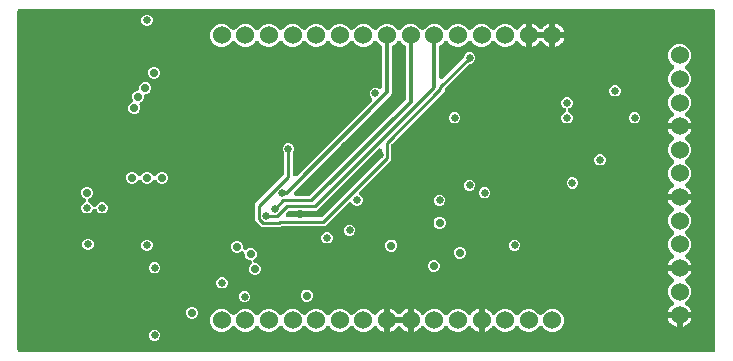
<source format=gbr>
G04 EAGLE Gerber RS-274X export*
G75*
%MOMM*%
%FSLAX34Y34*%
%LPD*%
%INEAGLE Copper Layer 2*%
%IPPOS*%
%AMOC8*
5,1,8,0,0,1.08239X$1,22.5*%
G01*
%ADD10C,1.524000*%
%ADD11C,0.654800*%
%ADD12C,0.711200*%
%ADD13C,0.304800*%
%ADD14C,0.228600*%

G36*
X593414Y4575D02*
X593414Y4575D01*
X593432Y4573D01*
X593614Y4594D01*
X593797Y4613D01*
X593814Y4618D01*
X593831Y4620D01*
X594006Y4677D01*
X594182Y4731D01*
X594197Y4739D01*
X594214Y4745D01*
X594374Y4835D01*
X594536Y4923D01*
X594549Y4934D01*
X594565Y4943D01*
X594704Y5063D01*
X594845Y5180D01*
X594856Y5194D01*
X594870Y5206D01*
X594982Y5351D01*
X595097Y5494D01*
X595105Y5510D01*
X595116Y5524D01*
X595198Y5689D01*
X595283Y5851D01*
X595288Y5868D01*
X595296Y5884D01*
X595343Y6063D01*
X595394Y6238D01*
X595396Y6256D01*
X595400Y6273D01*
X595427Y6604D01*
X595427Y293396D01*
X595425Y293414D01*
X595427Y293432D01*
X595406Y293614D01*
X595387Y293797D01*
X595382Y293814D01*
X595380Y293831D01*
X595323Y294006D01*
X595269Y294182D01*
X595261Y294197D01*
X595255Y294214D01*
X595165Y294374D01*
X595077Y294536D01*
X595066Y294549D01*
X595057Y294565D01*
X594937Y294704D01*
X594820Y294845D01*
X594806Y294856D01*
X594794Y294870D01*
X594649Y294982D01*
X594506Y295097D01*
X594490Y295105D01*
X594476Y295116D01*
X594311Y295198D01*
X594149Y295283D01*
X594132Y295288D01*
X594116Y295296D01*
X593937Y295343D01*
X593762Y295394D01*
X593744Y295396D01*
X593727Y295400D01*
X593396Y295427D01*
X6604Y295427D01*
X6586Y295425D01*
X6568Y295427D01*
X6386Y295406D01*
X6203Y295387D01*
X6186Y295382D01*
X6169Y295380D01*
X5994Y295323D01*
X5818Y295269D01*
X5803Y295261D01*
X5786Y295255D01*
X5626Y295165D01*
X5464Y295077D01*
X5451Y295066D01*
X5435Y295057D01*
X5296Y294937D01*
X5155Y294820D01*
X5144Y294806D01*
X5130Y294794D01*
X5018Y294649D01*
X4903Y294506D01*
X4895Y294490D01*
X4884Y294476D01*
X4802Y294311D01*
X4717Y294149D01*
X4712Y294132D01*
X4704Y294116D01*
X4657Y293937D01*
X4606Y293762D01*
X4604Y293744D01*
X4600Y293727D01*
X4573Y293396D01*
X4573Y6604D01*
X4575Y6586D01*
X4573Y6568D01*
X4594Y6386D01*
X4613Y6203D01*
X4618Y6186D01*
X4620Y6169D01*
X4677Y5994D01*
X4731Y5818D01*
X4739Y5803D01*
X4745Y5786D01*
X4835Y5626D01*
X4923Y5464D01*
X4934Y5451D01*
X4943Y5435D01*
X5063Y5296D01*
X5180Y5155D01*
X5194Y5144D01*
X5206Y5130D01*
X5351Y5018D01*
X5494Y4903D01*
X5510Y4895D01*
X5524Y4884D01*
X5689Y4802D01*
X5851Y4717D01*
X5868Y4712D01*
X5884Y4704D01*
X6063Y4657D01*
X6238Y4606D01*
X6256Y4604D01*
X6273Y4600D01*
X6604Y4573D01*
X593396Y4573D01*
X593414Y4575D01*
G37*
%LPC*%
G36*
X211352Y110380D02*
X211352Y110380D01*
X205714Y116018D01*
X205714Y130425D01*
X229652Y154364D01*
X229669Y154385D01*
X229690Y154402D01*
X229797Y154540D01*
X229907Y154675D01*
X229920Y154699D01*
X229936Y154720D01*
X230014Y154877D01*
X230096Y155031D01*
X230104Y155057D01*
X230116Y155081D01*
X230161Y155250D01*
X230211Y155417D01*
X230213Y155444D01*
X230220Y155469D01*
X230247Y155800D01*
X230247Y172837D01*
X230245Y172864D01*
X230247Y172890D01*
X230225Y173064D01*
X230207Y173238D01*
X230200Y173263D01*
X230196Y173290D01*
X230141Y173455D01*
X230089Y173622D01*
X230076Y173646D01*
X230068Y173671D01*
X229981Y173823D01*
X229902Y173968D01*
X229132Y175827D01*
X229132Y177736D01*
X229863Y179499D01*
X231213Y180849D01*
X232977Y181580D01*
X234886Y181580D01*
X236649Y180849D01*
X237999Y179499D01*
X238730Y177736D01*
X238730Y175827D01*
X237960Y173968D01*
X237955Y173962D01*
X237942Y173938D01*
X237926Y173917D01*
X237848Y173760D01*
X237766Y173606D01*
X237758Y173581D01*
X237746Y173556D01*
X237701Y173387D01*
X237651Y173220D01*
X237649Y173194D01*
X237642Y173168D01*
X237615Y172837D01*
X237615Y155557D01*
X237616Y155548D01*
X237615Y155539D01*
X237636Y155346D01*
X237655Y155156D01*
X237657Y155148D01*
X237658Y155139D01*
X237717Y154954D01*
X237773Y154771D01*
X237777Y154764D01*
X237780Y154755D01*
X237873Y154587D01*
X237965Y154417D01*
X237970Y154411D01*
X237975Y154403D01*
X238099Y154256D01*
X238222Y154108D01*
X238229Y154103D01*
X238235Y154096D01*
X238387Y153976D01*
X238536Y153856D01*
X238544Y153852D01*
X238551Y153846D01*
X238724Y153758D01*
X238893Y153670D01*
X238902Y153668D01*
X238910Y153664D01*
X239096Y153612D01*
X239280Y153559D01*
X239289Y153558D01*
X239298Y153556D01*
X239491Y153542D01*
X239682Y153526D01*
X239690Y153527D01*
X239699Y153526D01*
X239892Y153551D01*
X240081Y153573D01*
X240090Y153576D01*
X240099Y153577D01*
X240281Y153638D01*
X240464Y153698D01*
X240472Y153702D01*
X240480Y153705D01*
X240647Y153801D01*
X240815Y153896D01*
X240822Y153902D01*
X240829Y153906D01*
X241082Y154121D01*
X304465Y217503D01*
X304476Y217517D01*
X304490Y217529D01*
X304604Y217673D01*
X304720Y217815D01*
X304728Y217831D01*
X304739Y217845D01*
X304823Y218008D01*
X304909Y218171D01*
X304914Y218188D01*
X304922Y218204D01*
X304971Y218381D01*
X305023Y218556D01*
X305025Y218574D01*
X305030Y218591D01*
X305043Y218774D01*
X305060Y218957D01*
X305058Y218975D01*
X305059Y218993D01*
X305036Y219174D01*
X305016Y219358D01*
X305011Y219375D01*
X305009Y219392D01*
X304951Y219565D01*
X304895Y219742D01*
X304886Y219757D01*
X304881Y219774D01*
X304789Y219933D01*
X304700Y220094D01*
X304689Y220107D01*
X304680Y220123D01*
X304465Y220376D01*
X303630Y221211D01*
X302900Y222974D01*
X302900Y224884D01*
X303630Y226647D01*
X304980Y227997D01*
X306744Y228728D01*
X308653Y228728D01*
X310627Y227910D01*
X310640Y227906D01*
X310651Y227900D01*
X310832Y227848D01*
X311012Y227794D01*
X311025Y227792D01*
X311038Y227789D01*
X311227Y227773D01*
X311413Y227756D01*
X311426Y227757D01*
X311440Y227756D01*
X311626Y227778D01*
X311813Y227797D01*
X311826Y227801D01*
X311839Y227803D01*
X312017Y227861D01*
X312198Y227917D01*
X312209Y227923D01*
X312222Y227928D01*
X312386Y228020D01*
X312551Y228110D01*
X312561Y228119D01*
X312573Y228125D01*
X312715Y228248D01*
X312859Y228369D01*
X312867Y228380D01*
X312878Y228389D01*
X312992Y228536D01*
X313110Y228684D01*
X313116Y228696D01*
X313124Y228707D01*
X313208Y228874D01*
X313294Y229042D01*
X313298Y229055D01*
X313304Y229067D01*
X313353Y229250D01*
X313404Y229430D01*
X313405Y229443D01*
X313408Y229456D01*
X313435Y229787D01*
X313435Y262928D01*
X313433Y262951D01*
X313435Y262973D01*
X313413Y263150D01*
X313395Y263329D01*
X313389Y263350D01*
X313386Y263373D01*
X313330Y263542D01*
X313277Y263714D01*
X313267Y263734D01*
X313260Y263755D01*
X313171Y263910D01*
X313085Y264068D01*
X313071Y264085D01*
X313060Y264104D01*
X312943Y264239D01*
X312828Y264377D01*
X312810Y264391D01*
X312796Y264408D01*
X312654Y264517D01*
X312514Y264630D01*
X312494Y264640D01*
X312476Y264653D01*
X312181Y264805D01*
X312032Y264867D01*
X309279Y267620D01*
X309277Y267623D01*
X309186Y267793D01*
X309181Y267800D01*
X309176Y267808D01*
X309052Y267956D01*
X308930Y268103D01*
X308923Y268109D01*
X308917Y268116D01*
X308766Y268236D01*
X308617Y268357D01*
X308609Y268361D01*
X308602Y268367D01*
X308431Y268454D01*
X308261Y268544D01*
X308252Y268546D01*
X308244Y268550D01*
X308060Y268603D01*
X307874Y268657D01*
X307865Y268658D01*
X307857Y268660D01*
X307665Y268675D01*
X307473Y268692D01*
X307464Y268691D01*
X307455Y268691D01*
X307264Y268668D01*
X307073Y268646D01*
X307065Y268644D01*
X307056Y268643D01*
X306874Y268582D01*
X306690Y268523D01*
X306682Y268519D01*
X306673Y268516D01*
X306507Y268421D01*
X306338Y268327D01*
X306332Y268321D01*
X306324Y268316D01*
X306178Y268190D01*
X306033Y268065D01*
X306027Y268058D01*
X306020Y268052D01*
X305902Y267899D01*
X305784Y267748D01*
X305780Y267740D01*
X305775Y267733D01*
X305713Y267612D01*
X302968Y264867D01*
X299420Y263397D01*
X295580Y263397D01*
X292032Y264867D01*
X289279Y267620D01*
X289277Y267623D01*
X289186Y267793D01*
X289181Y267800D01*
X289176Y267808D01*
X289052Y267956D01*
X288930Y268103D01*
X288923Y268109D01*
X288917Y268116D01*
X288766Y268236D01*
X288617Y268357D01*
X288609Y268361D01*
X288602Y268367D01*
X288431Y268454D01*
X288261Y268544D01*
X288252Y268546D01*
X288244Y268550D01*
X288060Y268603D01*
X287874Y268657D01*
X287865Y268658D01*
X287857Y268660D01*
X287665Y268675D01*
X287473Y268692D01*
X287464Y268691D01*
X287455Y268691D01*
X287264Y268668D01*
X287073Y268646D01*
X287065Y268644D01*
X287056Y268643D01*
X286874Y268582D01*
X286690Y268523D01*
X286682Y268519D01*
X286673Y268516D01*
X286507Y268421D01*
X286338Y268327D01*
X286332Y268321D01*
X286324Y268316D01*
X286178Y268190D01*
X286033Y268065D01*
X286027Y268058D01*
X286020Y268052D01*
X285902Y267899D01*
X285784Y267748D01*
X285780Y267740D01*
X285775Y267733D01*
X285713Y267612D01*
X282968Y264867D01*
X279420Y263397D01*
X275580Y263397D01*
X272032Y264867D01*
X269279Y267620D01*
X269277Y267623D01*
X269186Y267793D01*
X269181Y267800D01*
X269176Y267808D01*
X269052Y267956D01*
X268930Y268103D01*
X268923Y268109D01*
X268917Y268116D01*
X268766Y268236D01*
X268617Y268357D01*
X268609Y268361D01*
X268602Y268367D01*
X268431Y268454D01*
X268261Y268544D01*
X268252Y268546D01*
X268244Y268550D01*
X268060Y268603D01*
X267874Y268657D01*
X267865Y268658D01*
X267857Y268660D01*
X267665Y268675D01*
X267473Y268692D01*
X267464Y268691D01*
X267455Y268691D01*
X267264Y268668D01*
X267073Y268646D01*
X267065Y268644D01*
X267056Y268643D01*
X266874Y268582D01*
X266690Y268523D01*
X266682Y268519D01*
X266673Y268516D01*
X266507Y268421D01*
X266338Y268327D01*
X266332Y268321D01*
X266324Y268316D01*
X266178Y268190D01*
X266033Y268065D01*
X266027Y268058D01*
X266020Y268052D01*
X265902Y267899D01*
X265784Y267748D01*
X265780Y267740D01*
X265775Y267733D01*
X265713Y267612D01*
X262968Y264867D01*
X259420Y263397D01*
X255580Y263397D01*
X252032Y264867D01*
X249279Y267620D01*
X249277Y267623D01*
X249186Y267793D01*
X249181Y267800D01*
X249176Y267808D01*
X249052Y267956D01*
X248930Y268103D01*
X248923Y268109D01*
X248917Y268116D01*
X248766Y268236D01*
X248617Y268357D01*
X248609Y268361D01*
X248602Y268367D01*
X248431Y268454D01*
X248261Y268544D01*
X248252Y268546D01*
X248244Y268550D01*
X248060Y268603D01*
X247874Y268657D01*
X247865Y268658D01*
X247857Y268660D01*
X247665Y268675D01*
X247473Y268692D01*
X247464Y268691D01*
X247455Y268691D01*
X247264Y268668D01*
X247073Y268646D01*
X247065Y268644D01*
X247056Y268643D01*
X246874Y268582D01*
X246690Y268523D01*
X246682Y268519D01*
X246673Y268516D01*
X246507Y268421D01*
X246338Y268327D01*
X246332Y268321D01*
X246324Y268316D01*
X246178Y268190D01*
X246033Y268065D01*
X246027Y268058D01*
X246020Y268052D01*
X245902Y267899D01*
X245784Y267748D01*
X245780Y267740D01*
X245775Y267733D01*
X245713Y267612D01*
X242968Y264867D01*
X239420Y263397D01*
X235580Y263397D01*
X232032Y264867D01*
X229279Y267620D01*
X229277Y267623D01*
X229186Y267793D01*
X229181Y267800D01*
X229176Y267808D01*
X229052Y267956D01*
X228930Y268103D01*
X228923Y268109D01*
X228917Y268116D01*
X228766Y268236D01*
X228617Y268357D01*
X228609Y268361D01*
X228602Y268367D01*
X228431Y268454D01*
X228261Y268544D01*
X228252Y268546D01*
X228244Y268550D01*
X228060Y268603D01*
X227874Y268657D01*
X227865Y268658D01*
X227857Y268660D01*
X227665Y268675D01*
X227473Y268692D01*
X227464Y268691D01*
X227455Y268691D01*
X227264Y268668D01*
X227073Y268646D01*
X227065Y268644D01*
X227056Y268643D01*
X226874Y268582D01*
X226690Y268523D01*
X226682Y268519D01*
X226673Y268516D01*
X226507Y268421D01*
X226338Y268327D01*
X226332Y268321D01*
X226324Y268316D01*
X226178Y268190D01*
X226033Y268065D01*
X226027Y268058D01*
X226020Y268052D01*
X225902Y267899D01*
X225784Y267748D01*
X225780Y267740D01*
X225775Y267733D01*
X225713Y267612D01*
X222968Y264867D01*
X219420Y263397D01*
X215580Y263397D01*
X212032Y264867D01*
X209279Y267620D01*
X209277Y267623D01*
X209186Y267793D01*
X209181Y267800D01*
X209176Y267808D01*
X209052Y267956D01*
X208930Y268103D01*
X208923Y268109D01*
X208917Y268116D01*
X208766Y268236D01*
X208617Y268357D01*
X208609Y268361D01*
X208602Y268367D01*
X208431Y268454D01*
X208261Y268544D01*
X208252Y268546D01*
X208244Y268550D01*
X208060Y268603D01*
X207874Y268657D01*
X207865Y268658D01*
X207857Y268660D01*
X207665Y268675D01*
X207473Y268692D01*
X207464Y268691D01*
X207455Y268691D01*
X207264Y268668D01*
X207073Y268646D01*
X207065Y268644D01*
X207056Y268643D01*
X206874Y268582D01*
X206690Y268523D01*
X206682Y268519D01*
X206673Y268516D01*
X206507Y268421D01*
X206338Y268327D01*
X206332Y268321D01*
X206324Y268316D01*
X206178Y268190D01*
X206033Y268065D01*
X206027Y268058D01*
X206020Y268052D01*
X205902Y267899D01*
X205784Y267748D01*
X205780Y267740D01*
X205775Y267733D01*
X205713Y267612D01*
X202968Y264867D01*
X199420Y263397D01*
X195580Y263397D01*
X192032Y264867D01*
X189279Y267620D01*
X189277Y267623D01*
X189186Y267793D01*
X189181Y267800D01*
X189176Y267808D01*
X189052Y267956D01*
X188930Y268103D01*
X188923Y268109D01*
X188917Y268116D01*
X188766Y268236D01*
X188617Y268357D01*
X188609Y268361D01*
X188602Y268367D01*
X188431Y268454D01*
X188261Y268544D01*
X188252Y268546D01*
X188244Y268550D01*
X188060Y268603D01*
X187874Y268657D01*
X187865Y268658D01*
X187857Y268660D01*
X187665Y268675D01*
X187473Y268692D01*
X187464Y268691D01*
X187455Y268691D01*
X187264Y268668D01*
X187073Y268646D01*
X187065Y268644D01*
X187056Y268643D01*
X186874Y268582D01*
X186690Y268523D01*
X186682Y268519D01*
X186673Y268516D01*
X186507Y268421D01*
X186338Y268327D01*
X186332Y268321D01*
X186324Y268316D01*
X186178Y268190D01*
X186033Y268065D01*
X186027Y268058D01*
X186020Y268052D01*
X185902Y267899D01*
X185784Y267748D01*
X185780Y267740D01*
X185775Y267733D01*
X185713Y267612D01*
X182968Y264867D01*
X179420Y263397D01*
X175580Y263397D01*
X172032Y264867D01*
X169317Y267582D01*
X167847Y271130D01*
X167847Y274970D01*
X169317Y278518D01*
X172032Y281233D01*
X175580Y282703D01*
X179420Y282703D01*
X182968Y281233D01*
X185721Y278480D01*
X185723Y278476D01*
X185813Y278308D01*
X185819Y278301D01*
X185824Y278293D01*
X185949Y278143D01*
X186070Y277997D01*
X186077Y277991D01*
X186083Y277984D01*
X186233Y277864D01*
X186382Y277743D01*
X186390Y277739D01*
X186397Y277734D01*
X186570Y277645D01*
X186739Y277556D01*
X186747Y277554D01*
X186756Y277550D01*
X186942Y277497D01*
X187125Y277443D01*
X187134Y277442D01*
X187143Y277440D01*
X187333Y277425D01*
X187526Y277408D01*
X187536Y277409D01*
X187544Y277409D01*
X187734Y277432D01*
X187926Y277454D01*
X187935Y277456D01*
X187944Y277457D01*
X188126Y277518D01*
X188310Y277577D01*
X188318Y277581D01*
X188326Y277584D01*
X188493Y277679D01*
X188661Y277773D01*
X188668Y277779D01*
X188676Y277783D01*
X188820Y277909D01*
X188967Y278035D01*
X188973Y278042D01*
X188980Y278048D01*
X189097Y278201D01*
X189215Y278352D01*
X189219Y278360D01*
X189225Y278367D01*
X189287Y278488D01*
X192032Y281233D01*
X195580Y282703D01*
X199420Y282703D01*
X202968Y281233D01*
X205721Y278480D01*
X205723Y278476D01*
X205813Y278308D01*
X205819Y278301D01*
X205824Y278293D01*
X205949Y278143D01*
X206070Y277997D01*
X206077Y277991D01*
X206083Y277984D01*
X206233Y277864D01*
X206382Y277743D01*
X206390Y277739D01*
X206397Y277734D01*
X206570Y277645D01*
X206739Y277556D01*
X206747Y277554D01*
X206756Y277550D01*
X206942Y277497D01*
X207125Y277443D01*
X207134Y277442D01*
X207143Y277440D01*
X207333Y277425D01*
X207526Y277408D01*
X207536Y277409D01*
X207544Y277409D01*
X207734Y277432D01*
X207926Y277454D01*
X207935Y277456D01*
X207944Y277457D01*
X208126Y277518D01*
X208310Y277577D01*
X208318Y277581D01*
X208326Y277584D01*
X208493Y277679D01*
X208661Y277773D01*
X208668Y277779D01*
X208676Y277783D01*
X208820Y277909D01*
X208967Y278035D01*
X208973Y278042D01*
X208980Y278048D01*
X209097Y278201D01*
X209215Y278352D01*
X209219Y278360D01*
X209225Y278367D01*
X209287Y278488D01*
X212032Y281233D01*
X215580Y282703D01*
X219420Y282703D01*
X222968Y281233D01*
X225721Y278480D01*
X225723Y278476D01*
X225813Y278308D01*
X225819Y278301D01*
X225824Y278293D01*
X225949Y278143D01*
X226070Y277997D01*
X226077Y277991D01*
X226083Y277984D01*
X226233Y277864D01*
X226382Y277743D01*
X226390Y277739D01*
X226397Y277734D01*
X226570Y277645D01*
X226739Y277556D01*
X226747Y277554D01*
X226756Y277550D01*
X226942Y277497D01*
X227125Y277443D01*
X227134Y277442D01*
X227143Y277440D01*
X227333Y277425D01*
X227526Y277408D01*
X227536Y277409D01*
X227544Y277409D01*
X227734Y277432D01*
X227926Y277454D01*
X227935Y277456D01*
X227944Y277457D01*
X228126Y277518D01*
X228310Y277577D01*
X228318Y277581D01*
X228326Y277584D01*
X228493Y277679D01*
X228661Y277773D01*
X228668Y277779D01*
X228676Y277783D01*
X228820Y277909D01*
X228967Y278035D01*
X228973Y278042D01*
X228980Y278048D01*
X229097Y278201D01*
X229215Y278352D01*
X229219Y278360D01*
X229225Y278367D01*
X229287Y278488D01*
X232032Y281233D01*
X235580Y282703D01*
X239420Y282703D01*
X242968Y281233D01*
X245721Y278480D01*
X245723Y278476D01*
X245813Y278308D01*
X245819Y278301D01*
X245824Y278293D01*
X245949Y278143D01*
X246070Y277997D01*
X246077Y277991D01*
X246083Y277984D01*
X246233Y277864D01*
X246382Y277743D01*
X246390Y277739D01*
X246397Y277734D01*
X246570Y277645D01*
X246739Y277556D01*
X246747Y277554D01*
X246756Y277550D01*
X246942Y277497D01*
X247125Y277443D01*
X247134Y277442D01*
X247143Y277440D01*
X247333Y277425D01*
X247526Y277408D01*
X247536Y277409D01*
X247544Y277409D01*
X247734Y277432D01*
X247926Y277454D01*
X247935Y277456D01*
X247944Y277457D01*
X248126Y277518D01*
X248310Y277577D01*
X248318Y277581D01*
X248326Y277584D01*
X248493Y277679D01*
X248661Y277773D01*
X248668Y277779D01*
X248676Y277783D01*
X248820Y277909D01*
X248967Y278035D01*
X248973Y278042D01*
X248980Y278048D01*
X249097Y278201D01*
X249215Y278352D01*
X249219Y278360D01*
X249225Y278367D01*
X249287Y278488D01*
X252032Y281233D01*
X255580Y282703D01*
X259420Y282703D01*
X262968Y281233D01*
X265721Y278480D01*
X265723Y278476D01*
X265813Y278308D01*
X265819Y278301D01*
X265824Y278293D01*
X265949Y278143D01*
X266070Y277997D01*
X266077Y277991D01*
X266083Y277984D01*
X266233Y277864D01*
X266382Y277743D01*
X266390Y277739D01*
X266397Y277734D01*
X266570Y277645D01*
X266739Y277556D01*
X266747Y277554D01*
X266756Y277550D01*
X266942Y277497D01*
X267125Y277443D01*
X267134Y277442D01*
X267143Y277440D01*
X267333Y277425D01*
X267526Y277408D01*
X267536Y277409D01*
X267544Y277409D01*
X267734Y277432D01*
X267926Y277454D01*
X267935Y277456D01*
X267944Y277457D01*
X268126Y277518D01*
X268310Y277577D01*
X268318Y277581D01*
X268326Y277584D01*
X268493Y277679D01*
X268661Y277773D01*
X268668Y277779D01*
X268676Y277783D01*
X268820Y277909D01*
X268967Y278035D01*
X268973Y278042D01*
X268980Y278048D01*
X269097Y278201D01*
X269215Y278352D01*
X269219Y278360D01*
X269225Y278367D01*
X269287Y278488D01*
X272032Y281233D01*
X275580Y282703D01*
X279420Y282703D01*
X282968Y281233D01*
X285721Y278480D01*
X285723Y278476D01*
X285813Y278308D01*
X285819Y278301D01*
X285824Y278293D01*
X285949Y278143D01*
X286070Y277997D01*
X286077Y277991D01*
X286083Y277984D01*
X286233Y277864D01*
X286382Y277743D01*
X286390Y277739D01*
X286397Y277734D01*
X286570Y277645D01*
X286739Y277556D01*
X286747Y277554D01*
X286756Y277550D01*
X286942Y277497D01*
X287125Y277443D01*
X287134Y277442D01*
X287143Y277440D01*
X287333Y277425D01*
X287526Y277408D01*
X287536Y277409D01*
X287544Y277409D01*
X287734Y277432D01*
X287926Y277454D01*
X287935Y277456D01*
X287944Y277457D01*
X288126Y277518D01*
X288310Y277577D01*
X288318Y277581D01*
X288326Y277584D01*
X288493Y277679D01*
X288661Y277773D01*
X288668Y277779D01*
X288676Y277783D01*
X288820Y277909D01*
X288967Y278035D01*
X288973Y278042D01*
X288980Y278048D01*
X289097Y278201D01*
X289215Y278352D01*
X289219Y278360D01*
X289225Y278367D01*
X289287Y278488D01*
X292032Y281233D01*
X295580Y282703D01*
X299420Y282703D01*
X302968Y281233D01*
X305721Y278480D01*
X305723Y278476D01*
X305813Y278308D01*
X305819Y278301D01*
X305824Y278293D01*
X305949Y278143D01*
X306070Y277997D01*
X306077Y277991D01*
X306083Y277984D01*
X306233Y277864D01*
X306382Y277743D01*
X306390Y277739D01*
X306397Y277734D01*
X306570Y277645D01*
X306739Y277556D01*
X306747Y277554D01*
X306756Y277550D01*
X306942Y277497D01*
X307125Y277443D01*
X307134Y277442D01*
X307143Y277440D01*
X307333Y277425D01*
X307526Y277408D01*
X307536Y277409D01*
X307544Y277409D01*
X307734Y277432D01*
X307926Y277454D01*
X307935Y277456D01*
X307944Y277457D01*
X308126Y277518D01*
X308310Y277577D01*
X308318Y277581D01*
X308326Y277584D01*
X308493Y277679D01*
X308661Y277773D01*
X308668Y277779D01*
X308676Y277783D01*
X308820Y277909D01*
X308967Y278035D01*
X308973Y278042D01*
X308980Y278048D01*
X309097Y278201D01*
X309215Y278352D01*
X309219Y278360D01*
X309225Y278367D01*
X309287Y278488D01*
X312032Y281233D01*
X315580Y282703D01*
X319420Y282703D01*
X322968Y281233D01*
X325721Y278480D01*
X325723Y278476D01*
X325813Y278308D01*
X325819Y278301D01*
X325824Y278293D01*
X325949Y278143D01*
X326070Y277997D01*
X326077Y277991D01*
X326083Y277984D01*
X326233Y277864D01*
X326382Y277743D01*
X326390Y277739D01*
X326397Y277734D01*
X326570Y277645D01*
X326739Y277556D01*
X326747Y277554D01*
X326756Y277550D01*
X326942Y277497D01*
X327125Y277443D01*
X327134Y277442D01*
X327143Y277440D01*
X327333Y277425D01*
X327526Y277408D01*
X327536Y277409D01*
X327544Y277409D01*
X327734Y277432D01*
X327926Y277454D01*
X327935Y277456D01*
X327944Y277457D01*
X328126Y277518D01*
X328310Y277577D01*
X328318Y277581D01*
X328326Y277584D01*
X328493Y277679D01*
X328661Y277773D01*
X328668Y277779D01*
X328676Y277783D01*
X328820Y277909D01*
X328967Y278035D01*
X328973Y278042D01*
X328980Y278048D01*
X329097Y278201D01*
X329215Y278352D01*
X329219Y278360D01*
X329225Y278367D01*
X329287Y278488D01*
X332032Y281233D01*
X335580Y282703D01*
X339420Y282703D01*
X342968Y281233D01*
X345721Y278480D01*
X345723Y278476D01*
X345813Y278308D01*
X345819Y278301D01*
X345824Y278293D01*
X345949Y278143D01*
X346070Y277997D01*
X346077Y277991D01*
X346083Y277984D01*
X346233Y277864D01*
X346382Y277743D01*
X346390Y277739D01*
X346397Y277734D01*
X346570Y277645D01*
X346739Y277556D01*
X346747Y277554D01*
X346756Y277550D01*
X346942Y277497D01*
X347125Y277443D01*
X347134Y277442D01*
X347143Y277440D01*
X347333Y277425D01*
X347526Y277408D01*
X347536Y277409D01*
X347544Y277409D01*
X347734Y277432D01*
X347926Y277454D01*
X347935Y277456D01*
X347944Y277457D01*
X348126Y277518D01*
X348310Y277577D01*
X348318Y277581D01*
X348326Y277584D01*
X348493Y277679D01*
X348661Y277773D01*
X348668Y277779D01*
X348676Y277783D01*
X348820Y277909D01*
X348967Y278035D01*
X348973Y278042D01*
X348980Y278048D01*
X349097Y278201D01*
X349215Y278352D01*
X349219Y278360D01*
X349225Y278367D01*
X349287Y278488D01*
X352032Y281233D01*
X355580Y282703D01*
X359420Y282703D01*
X362968Y281233D01*
X365721Y278480D01*
X365723Y278476D01*
X365813Y278308D01*
X365819Y278301D01*
X365824Y278293D01*
X365949Y278143D01*
X366070Y277997D01*
X366077Y277991D01*
X366083Y277984D01*
X366233Y277864D01*
X366382Y277743D01*
X366390Y277739D01*
X366397Y277734D01*
X366570Y277645D01*
X366739Y277556D01*
X366747Y277554D01*
X366756Y277550D01*
X366942Y277497D01*
X367125Y277443D01*
X367134Y277442D01*
X367143Y277440D01*
X367333Y277425D01*
X367526Y277408D01*
X367536Y277409D01*
X367544Y277409D01*
X367734Y277432D01*
X367926Y277454D01*
X367935Y277456D01*
X367944Y277457D01*
X368126Y277518D01*
X368310Y277577D01*
X368318Y277581D01*
X368326Y277584D01*
X368493Y277679D01*
X368661Y277773D01*
X368668Y277779D01*
X368676Y277783D01*
X368820Y277909D01*
X368967Y278035D01*
X368973Y278042D01*
X368980Y278048D01*
X369097Y278201D01*
X369215Y278352D01*
X369219Y278360D01*
X369225Y278367D01*
X369287Y278488D01*
X372032Y281233D01*
X375580Y282703D01*
X379420Y282703D01*
X382968Y281233D01*
X385721Y278480D01*
X385723Y278476D01*
X385813Y278308D01*
X385819Y278301D01*
X385824Y278293D01*
X385949Y278143D01*
X386070Y277997D01*
X386077Y277991D01*
X386083Y277984D01*
X386233Y277864D01*
X386382Y277743D01*
X386390Y277739D01*
X386397Y277734D01*
X386570Y277645D01*
X386739Y277556D01*
X386747Y277554D01*
X386756Y277550D01*
X386942Y277497D01*
X387125Y277443D01*
X387134Y277442D01*
X387143Y277440D01*
X387333Y277425D01*
X387526Y277408D01*
X387536Y277409D01*
X387544Y277409D01*
X387734Y277432D01*
X387926Y277454D01*
X387935Y277456D01*
X387944Y277457D01*
X388126Y277518D01*
X388310Y277577D01*
X388318Y277581D01*
X388326Y277584D01*
X388493Y277679D01*
X388661Y277773D01*
X388668Y277779D01*
X388676Y277783D01*
X388820Y277909D01*
X388967Y278035D01*
X388973Y278042D01*
X388980Y278048D01*
X389097Y278201D01*
X389215Y278352D01*
X389219Y278360D01*
X389225Y278367D01*
X389287Y278488D01*
X392032Y281233D01*
X395580Y282703D01*
X399420Y282703D01*
X402968Y281233D01*
X405721Y278480D01*
X405723Y278476D01*
X405813Y278308D01*
X405819Y278301D01*
X405824Y278293D01*
X405949Y278143D01*
X406070Y277997D01*
X406077Y277991D01*
X406083Y277984D01*
X406233Y277864D01*
X406382Y277743D01*
X406390Y277739D01*
X406397Y277734D01*
X406570Y277645D01*
X406739Y277556D01*
X406747Y277554D01*
X406756Y277550D01*
X406942Y277497D01*
X407125Y277443D01*
X407134Y277442D01*
X407143Y277440D01*
X407333Y277425D01*
X407526Y277408D01*
X407536Y277409D01*
X407544Y277409D01*
X407734Y277432D01*
X407926Y277454D01*
X407935Y277456D01*
X407944Y277457D01*
X408126Y277518D01*
X408310Y277577D01*
X408318Y277581D01*
X408326Y277584D01*
X408493Y277679D01*
X408661Y277773D01*
X408668Y277779D01*
X408676Y277783D01*
X408820Y277909D01*
X408967Y278035D01*
X408973Y278042D01*
X408980Y278048D01*
X409097Y278201D01*
X409215Y278352D01*
X409219Y278360D01*
X409225Y278367D01*
X409287Y278488D01*
X412032Y281233D01*
X415580Y282703D01*
X419420Y282703D01*
X422968Y281233D01*
X425872Y278329D01*
X426009Y278216D01*
X426144Y278101D01*
X426165Y278089D01*
X426184Y278074D01*
X426340Y277991D01*
X426495Y277904D01*
X426518Y277896D01*
X426540Y277885D01*
X426709Y277834D01*
X426878Y277780D01*
X426902Y277777D01*
X426925Y277770D01*
X427102Y277754D01*
X427278Y277734D01*
X427302Y277736D01*
X427326Y277734D01*
X427502Y277753D01*
X427679Y277768D01*
X427702Y277775D01*
X427727Y277777D01*
X427895Y277831D01*
X428066Y277880D01*
X428087Y277891D01*
X428111Y277899D01*
X428265Y277984D01*
X428423Y278066D01*
X428442Y278082D01*
X428463Y278094D01*
X428598Y278208D01*
X428736Y278319D01*
X428753Y278340D01*
X428770Y278354D01*
X428821Y278418D01*
X428952Y278571D01*
X429750Y279669D01*
X430881Y280800D01*
X432175Y281740D01*
X433600Y282466D01*
X434961Y282909D01*
X434961Y273558D01*
X434962Y273540D01*
X434961Y273523D01*
X434982Y273340D01*
X435001Y273158D01*
X435006Y273141D01*
X435008Y273123D01*
X435033Y273045D01*
X434994Y272908D01*
X434992Y272890D01*
X434988Y272873D01*
X434961Y272542D01*
X434961Y263191D01*
X433600Y263634D01*
X432175Y264360D01*
X430881Y265300D01*
X429750Y266431D01*
X428952Y267529D01*
X428834Y267661D01*
X428720Y267796D01*
X428701Y267811D01*
X428684Y267830D01*
X428542Y267936D01*
X428404Y268046D01*
X428382Y268057D01*
X428362Y268072D01*
X428203Y268148D01*
X428045Y268228D01*
X428021Y268235D01*
X427999Y268245D01*
X427828Y268289D01*
X427657Y268336D01*
X427632Y268338D01*
X427609Y268344D01*
X427433Y268353D01*
X427255Y268366D01*
X427231Y268363D01*
X427207Y268364D01*
X427032Y268337D01*
X426856Y268315D01*
X426833Y268307D01*
X426809Y268304D01*
X426642Y268243D01*
X426474Y268187D01*
X426453Y268175D01*
X426430Y268166D01*
X426279Y268074D01*
X426125Y267986D01*
X426105Y267968D01*
X426086Y267957D01*
X426026Y267902D01*
X425872Y267771D01*
X422968Y264867D01*
X419420Y263397D01*
X415580Y263397D01*
X412032Y264867D01*
X409279Y267620D01*
X409277Y267623D01*
X409186Y267793D01*
X409181Y267800D01*
X409176Y267808D01*
X409052Y267956D01*
X408930Y268103D01*
X408923Y268109D01*
X408917Y268116D01*
X408766Y268236D01*
X408617Y268357D01*
X408609Y268361D01*
X408602Y268367D01*
X408431Y268454D01*
X408261Y268544D01*
X408252Y268546D01*
X408244Y268550D01*
X408060Y268603D01*
X407874Y268657D01*
X407865Y268658D01*
X407857Y268660D01*
X407665Y268675D01*
X407473Y268692D01*
X407464Y268691D01*
X407455Y268691D01*
X407264Y268668D01*
X407073Y268646D01*
X407065Y268644D01*
X407056Y268643D01*
X406874Y268582D01*
X406690Y268523D01*
X406682Y268519D01*
X406673Y268516D01*
X406507Y268421D01*
X406338Y268327D01*
X406332Y268321D01*
X406324Y268316D01*
X406178Y268190D01*
X406033Y268065D01*
X406027Y268058D01*
X406020Y268052D01*
X405902Y267899D01*
X405784Y267748D01*
X405780Y267740D01*
X405775Y267733D01*
X405713Y267612D01*
X402968Y264867D01*
X399420Y263397D01*
X395580Y263397D01*
X392032Y264867D01*
X389279Y267620D01*
X389277Y267623D01*
X389186Y267793D01*
X389181Y267800D01*
X389176Y267808D01*
X389052Y267956D01*
X388930Y268103D01*
X388923Y268109D01*
X388917Y268116D01*
X388766Y268236D01*
X388617Y268357D01*
X388609Y268361D01*
X388602Y268367D01*
X388431Y268454D01*
X388261Y268544D01*
X388252Y268546D01*
X388244Y268550D01*
X388060Y268603D01*
X387874Y268657D01*
X387865Y268658D01*
X387857Y268660D01*
X387665Y268675D01*
X387473Y268692D01*
X387464Y268691D01*
X387455Y268691D01*
X387264Y268668D01*
X387073Y268646D01*
X387065Y268644D01*
X387056Y268643D01*
X386874Y268582D01*
X386690Y268523D01*
X386682Y268519D01*
X386673Y268516D01*
X386507Y268421D01*
X386338Y268327D01*
X386332Y268321D01*
X386324Y268316D01*
X386178Y268190D01*
X386033Y268065D01*
X386027Y268058D01*
X386020Y268052D01*
X385902Y267899D01*
X385784Y267748D01*
X385780Y267740D01*
X385775Y267733D01*
X385713Y267612D01*
X382968Y264867D01*
X379420Y263397D01*
X375580Y263397D01*
X372032Y264867D01*
X369279Y267620D01*
X369277Y267623D01*
X369186Y267793D01*
X369181Y267800D01*
X369176Y267808D01*
X369052Y267956D01*
X368930Y268103D01*
X368923Y268109D01*
X368917Y268116D01*
X368766Y268236D01*
X368617Y268357D01*
X368609Y268361D01*
X368602Y268367D01*
X368431Y268454D01*
X368261Y268544D01*
X368252Y268546D01*
X368244Y268550D01*
X368060Y268603D01*
X367874Y268657D01*
X367865Y268658D01*
X367857Y268660D01*
X367665Y268675D01*
X367473Y268692D01*
X367464Y268691D01*
X367455Y268691D01*
X367264Y268668D01*
X367073Y268646D01*
X367065Y268644D01*
X367056Y268643D01*
X366874Y268582D01*
X366690Y268523D01*
X366682Y268519D01*
X366673Y268516D01*
X366507Y268421D01*
X366338Y268327D01*
X366332Y268321D01*
X366324Y268316D01*
X366178Y268190D01*
X366033Y268065D01*
X366027Y268058D01*
X366020Y268052D01*
X365902Y267899D01*
X365784Y267748D01*
X365780Y267740D01*
X365775Y267733D01*
X365713Y267612D01*
X362968Y264867D01*
X362819Y264805D01*
X362799Y264795D01*
X362778Y264788D01*
X362622Y264699D01*
X362464Y264615D01*
X362447Y264601D01*
X362427Y264590D01*
X362292Y264473D01*
X362153Y264358D01*
X362139Y264341D01*
X362122Y264327D01*
X362013Y264185D01*
X361900Y264046D01*
X361889Y264026D01*
X361876Y264008D01*
X361796Y263848D01*
X361713Y263689D01*
X361706Y263668D01*
X361696Y263648D01*
X361650Y263475D01*
X361600Y263303D01*
X361598Y263281D01*
X361592Y263259D01*
X361565Y262928D01*
X361565Y238328D01*
X361566Y238319D01*
X361565Y238310D01*
X361586Y238117D01*
X361605Y237928D01*
X361607Y237919D01*
X361608Y237910D01*
X361666Y237727D01*
X361723Y237543D01*
X361727Y237535D01*
X361730Y237526D01*
X361822Y237359D01*
X361915Y237189D01*
X361920Y237182D01*
X361925Y237174D01*
X362049Y237027D01*
X362172Y236879D01*
X362179Y236874D01*
X362185Y236867D01*
X362337Y236747D01*
X362486Y236627D01*
X362494Y236623D01*
X362501Y236617D01*
X362674Y236530D01*
X362843Y236442D01*
X362852Y236439D01*
X362860Y236435D01*
X363046Y236383D01*
X363230Y236330D01*
X363239Y236329D01*
X363248Y236327D01*
X363441Y236313D01*
X363632Y236297D01*
X363640Y236298D01*
X363649Y236298D01*
X363842Y236322D01*
X364031Y236344D01*
X364040Y236347D01*
X364049Y236348D01*
X364232Y236409D01*
X364414Y236469D01*
X364422Y236473D01*
X364430Y236476D01*
X364597Y236572D01*
X364765Y236667D01*
X364772Y236673D01*
X364779Y236677D01*
X365032Y236892D01*
X381956Y253816D01*
X381973Y253837D01*
X381994Y253854D01*
X382101Y253992D01*
X382211Y254127D01*
X382224Y254151D01*
X382240Y254172D01*
X382318Y254329D01*
X382400Y254483D01*
X382408Y254509D01*
X382420Y254533D01*
X382465Y254702D01*
X382512Y254860D01*
X383282Y256718D01*
X384632Y258068D01*
X386395Y258799D01*
X388305Y258799D01*
X390068Y258068D01*
X391418Y256718D01*
X392149Y254955D01*
X392149Y253045D01*
X391418Y251282D01*
X390068Y249932D01*
X388210Y249162D01*
X388202Y249161D01*
X388176Y249154D01*
X388149Y249150D01*
X387984Y249095D01*
X387817Y249043D01*
X387793Y249030D01*
X387768Y249022D01*
X387616Y248935D01*
X387463Y248851D01*
X387442Y248834D01*
X387419Y248821D01*
X387166Y248606D01*
X366986Y228426D01*
X366969Y228405D01*
X366948Y228388D01*
X366841Y228250D01*
X366731Y228115D01*
X366718Y228091D01*
X366702Y228070D01*
X366624Y227913D01*
X366542Y227759D01*
X366534Y227733D01*
X366522Y227709D01*
X366477Y227540D01*
X366427Y227373D01*
X366425Y227346D01*
X366418Y227320D01*
X366391Y226990D01*
X366391Y225804D01*
X321370Y180782D01*
X321353Y180762D01*
X321332Y180744D01*
X321225Y180606D01*
X321115Y180471D01*
X321102Y180447D01*
X321086Y180426D01*
X321008Y180269D01*
X320926Y180115D01*
X320918Y180090D01*
X320906Y180066D01*
X320861Y179896D01*
X320811Y179729D01*
X320809Y179703D01*
X320802Y179677D01*
X320775Y179346D01*
X320775Y167463D01*
X294077Y140765D01*
X294068Y140755D01*
X294058Y140746D01*
X293941Y140599D01*
X293822Y140454D01*
X293815Y140442D01*
X293807Y140431D01*
X293721Y140264D01*
X293633Y140098D01*
X293629Y140085D01*
X293623Y140073D01*
X293572Y139893D01*
X293518Y139712D01*
X293517Y139699D01*
X293513Y139686D01*
X293499Y139499D01*
X293482Y139311D01*
X293483Y139298D01*
X293482Y139285D01*
X293505Y139100D01*
X293525Y138911D01*
X293529Y138898D01*
X293531Y138885D01*
X293590Y138707D01*
X293647Y138527D01*
X293653Y138515D01*
X293657Y138503D01*
X293751Y138339D01*
X293842Y138175D01*
X293850Y138165D01*
X293857Y138153D01*
X293981Y138010D01*
X294102Y137868D01*
X294113Y137859D01*
X294121Y137849D01*
X294270Y137735D01*
X294418Y137618D01*
X294430Y137612D01*
X294441Y137604D01*
X294736Y137452D01*
X294818Y137418D01*
X296168Y136068D01*
X296899Y134305D01*
X296899Y132395D01*
X296168Y130632D01*
X294818Y129282D01*
X293055Y128551D01*
X291145Y128551D01*
X289382Y129282D01*
X288032Y130632D01*
X287998Y130714D01*
X287991Y130726D01*
X287987Y130739D01*
X287897Y130903D01*
X287807Y131069D01*
X287799Y131080D01*
X287792Y131091D01*
X287671Y131234D01*
X287551Y131380D01*
X287541Y131388D01*
X287532Y131398D01*
X287384Y131515D01*
X287238Y131633D01*
X287227Y131639D01*
X287216Y131648D01*
X287048Y131733D01*
X286882Y131820D01*
X286869Y131824D01*
X286857Y131830D01*
X286675Y131881D01*
X286495Y131933D01*
X286482Y131935D01*
X286469Y131938D01*
X286281Y131952D01*
X286094Y131968D01*
X286081Y131967D01*
X286068Y131968D01*
X285880Y131944D01*
X285694Y131923D01*
X285682Y131919D01*
X285668Y131917D01*
X285490Y131857D01*
X285311Y131800D01*
X285299Y131793D01*
X285287Y131789D01*
X285123Y131695D01*
X284959Y131603D01*
X284949Y131595D01*
X284938Y131588D01*
X284685Y131373D01*
X267559Y114248D01*
X264807Y111495D01*
X229077Y111495D01*
X229051Y111493D01*
X229024Y111495D01*
X228850Y111473D01*
X228676Y111455D01*
X228651Y111447D01*
X228624Y111444D01*
X228459Y111388D01*
X228292Y111337D01*
X228268Y111324D01*
X228243Y111316D01*
X228091Y111229D01*
X227938Y111145D01*
X227917Y111128D01*
X227894Y111115D01*
X227641Y110900D01*
X227121Y110380D01*
X211352Y110380D01*
G37*
%LPD*%
%LPC*%
G36*
X313600Y22334D02*
X313600Y22334D01*
X312175Y23060D01*
X310881Y24000D01*
X309750Y25131D01*
X308952Y26229D01*
X308834Y26361D01*
X308720Y26496D01*
X308701Y26511D01*
X308684Y26530D01*
X308542Y26636D01*
X308404Y26746D01*
X308382Y26757D01*
X308362Y26772D01*
X308203Y26848D01*
X308045Y26928D01*
X308021Y26935D01*
X307999Y26945D01*
X307828Y26989D01*
X307657Y27036D01*
X307632Y27038D01*
X307609Y27044D01*
X307433Y27053D01*
X307255Y27066D01*
X307231Y27063D01*
X307207Y27064D01*
X307032Y27037D01*
X306856Y27015D01*
X306833Y27007D01*
X306809Y27004D01*
X306642Y26943D01*
X306474Y26887D01*
X306453Y26875D01*
X306430Y26866D01*
X306279Y26774D01*
X306125Y26686D01*
X306105Y26668D01*
X306086Y26657D01*
X306026Y26602D01*
X305872Y26471D01*
X302968Y23567D01*
X300866Y22696D01*
X300865Y22696D01*
X299420Y22097D01*
X295580Y22097D01*
X292032Y23567D01*
X289279Y26320D01*
X289278Y26323D01*
X289186Y26493D01*
X289181Y26500D01*
X289176Y26507D01*
X289053Y26654D01*
X288930Y26803D01*
X288923Y26809D01*
X288917Y26816D01*
X288767Y26935D01*
X288617Y27057D01*
X288609Y27061D01*
X288602Y27067D01*
X288431Y27154D01*
X288261Y27244D01*
X288252Y27246D01*
X288244Y27250D01*
X288059Y27303D01*
X287874Y27357D01*
X287865Y27358D01*
X287857Y27360D01*
X287665Y27375D01*
X287473Y27391D01*
X287464Y27390D01*
X287455Y27391D01*
X287265Y27368D01*
X287073Y27346D01*
X287065Y27344D01*
X287056Y27342D01*
X286875Y27283D01*
X286690Y27223D01*
X286682Y27219D01*
X286674Y27216D01*
X286507Y27121D01*
X286338Y27027D01*
X286332Y27021D01*
X286324Y27016D01*
X286179Y26890D01*
X286033Y26765D01*
X286027Y26758D01*
X286020Y26752D01*
X285903Y26600D01*
X285784Y26448D01*
X285780Y26440D01*
X285775Y26433D01*
X285713Y26312D01*
X282968Y23567D01*
X280866Y22696D01*
X280865Y22696D01*
X279420Y22097D01*
X275580Y22097D01*
X272032Y23567D01*
X269279Y26320D01*
X269278Y26323D01*
X269186Y26493D01*
X269181Y26500D01*
X269176Y26507D01*
X269053Y26654D01*
X268930Y26803D01*
X268923Y26809D01*
X268917Y26816D01*
X268767Y26935D01*
X268617Y27057D01*
X268609Y27061D01*
X268602Y27067D01*
X268431Y27154D01*
X268261Y27244D01*
X268252Y27246D01*
X268244Y27250D01*
X268059Y27303D01*
X267874Y27357D01*
X267865Y27358D01*
X267857Y27360D01*
X267665Y27375D01*
X267473Y27391D01*
X267464Y27390D01*
X267455Y27391D01*
X267265Y27368D01*
X267073Y27346D01*
X267065Y27344D01*
X267056Y27342D01*
X266875Y27283D01*
X266690Y27223D01*
X266682Y27219D01*
X266674Y27216D01*
X266507Y27121D01*
X266338Y27027D01*
X266332Y27021D01*
X266324Y27016D01*
X266179Y26890D01*
X266033Y26765D01*
X266027Y26758D01*
X266020Y26752D01*
X265903Y26600D01*
X265784Y26448D01*
X265780Y26440D01*
X265775Y26433D01*
X265713Y26312D01*
X262968Y23567D01*
X260866Y22696D01*
X260865Y22696D01*
X259420Y22097D01*
X255580Y22097D01*
X252032Y23567D01*
X249279Y26320D01*
X249278Y26323D01*
X249186Y26493D01*
X249181Y26500D01*
X249176Y26507D01*
X249053Y26654D01*
X248930Y26803D01*
X248923Y26809D01*
X248917Y26816D01*
X248767Y26935D01*
X248617Y27057D01*
X248609Y27061D01*
X248602Y27067D01*
X248431Y27154D01*
X248261Y27244D01*
X248252Y27246D01*
X248244Y27250D01*
X248059Y27303D01*
X247874Y27357D01*
X247865Y27358D01*
X247857Y27360D01*
X247665Y27375D01*
X247473Y27391D01*
X247464Y27390D01*
X247455Y27391D01*
X247265Y27368D01*
X247073Y27346D01*
X247065Y27344D01*
X247056Y27342D01*
X246875Y27283D01*
X246690Y27223D01*
X246682Y27219D01*
X246674Y27216D01*
X246507Y27121D01*
X246338Y27027D01*
X246332Y27021D01*
X246324Y27016D01*
X246179Y26890D01*
X246033Y26765D01*
X246027Y26758D01*
X246020Y26752D01*
X245903Y26600D01*
X245784Y26448D01*
X245780Y26440D01*
X245775Y26433D01*
X245713Y26312D01*
X242968Y23567D01*
X240866Y22696D01*
X240865Y22696D01*
X239420Y22097D01*
X235580Y22097D01*
X232032Y23567D01*
X229279Y26320D01*
X229278Y26323D01*
X229186Y26493D01*
X229181Y26500D01*
X229176Y26507D01*
X229053Y26654D01*
X228930Y26803D01*
X228923Y26809D01*
X228917Y26816D01*
X228767Y26935D01*
X228617Y27057D01*
X228609Y27061D01*
X228602Y27067D01*
X228431Y27154D01*
X228261Y27244D01*
X228252Y27246D01*
X228244Y27250D01*
X228059Y27303D01*
X227874Y27357D01*
X227865Y27358D01*
X227857Y27360D01*
X227665Y27375D01*
X227473Y27391D01*
X227464Y27390D01*
X227455Y27391D01*
X227265Y27368D01*
X227073Y27346D01*
X227065Y27344D01*
X227056Y27342D01*
X226875Y27283D01*
X226690Y27223D01*
X226682Y27219D01*
X226674Y27216D01*
X226507Y27121D01*
X226338Y27027D01*
X226332Y27021D01*
X226324Y27016D01*
X226179Y26890D01*
X226033Y26765D01*
X226027Y26758D01*
X226020Y26752D01*
X225903Y26600D01*
X225784Y26448D01*
X225780Y26440D01*
X225775Y26433D01*
X225713Y26312D01*
X222968Y23567D01*
X220866Y22696D01*
X220865Y22696D01*
X219420Y22097D01*
X215580Y22097D01*
X212032Y23567D01*
X209279Y26320D01*
X209278Y26323D01*
X209186Y26493D01*
X209181Y26500D01*
X209176Y26507D01*
X209053Y26654D01*
X208930Y26803D01*
X208923Y26809D01*
X208917Y26816D01*
X208767Y26935D01*
X208617Y27057D01*
X208609Y27061D01*
X208602Y27067D01*
X208431Y27154D01*
X208261Y27244D01*
X208252Y27246D01*
X208244Y27250D01*
X208059Y27303D01*
X207874Y27357D01*
X207865Y27358D01*
X207857Y27360D01*
X207665Y27375D01*
X207473Y27391D01*
X207464Y27390D01*
X207455Y27391D01*
X207265Y27368D01*
X207073Y27346D01*
X207065Y27344D01*
X207056Y27342D01*
X206875Y27283D01*
X206690Y27223D01*
X206682Y27219D01*
X206674Y27216D01*
X206507Y27121D01*
X206338Y27027D01*
X206332Y27021D01*
X206324Y27016D01*
X206179Y26890D01*
X206033Y26765D01*
X206027Y26758D01*
X206020Y26752D01*
X205903Y26600D01*
X205784Y26448D01*
X205780Y26440D01*
X205775Y26433D01*
X205713Y26312D01*
X202968Y23567D01*
X200866Y22696D01*
X200865Y22696D01*
X199420Y22097D01*
X195580Y22097D01*
X192032Y23567D01*
X189279Y26320D01*
X189278Y26323D01*
X189186Y26493D01*
X189181Y26500D01*
X189176Y26507D01*
X189053Y26654D01*
X188930Y26803D01*
X188923Y26809D01*
X188917Y26816D01*
X188767Y26935D01*
X188617Y27057D01*
X188609Y27061D01*
X188602Y27067D01*
X188431Y27154D01*
X188261Y27244D01*
X188252Y27246D01*
X188244Y27250D01*
X188059Y27303D01*
X187874Y27357D01*
X187865Y27358D01*
X187857Y27360D01*
X187665Y27375D01*
X187473Y27391D01*
X187464Y27390D01*
X187455Y27391D01*
X187265Y27368D01*
X187073Y27346D01*
X187065Y27344D01*
X187056Y27342D01*
X186875Y27283D01*
X186690Y27223D01*
X186682Y27219D01*
X186674Y27216D01*
X186507Y27121D01*
X186338Y27027D01*
X186332Y27021D01*
X186324Y27016D01*
X186179Y26890D01*
X186033Y26765D01*
X186027Y26758D01*
X186020Y26752D01*
X185903Y26600D01*
X185784Y26448D01*
X185780Y26440D01*
X185775Y26433D01*
X185713Y26312D01*
X182968Y23567D01*
X180866Y22696D01*
X180865Y22696D01*
X179420Y22097D01*
X175580Y22097D01*
X172032Y23567D01*
X169317Y26282D01*
X167847Y29830D01*
X167847Y33670D01*
X169317Y37218D01*
X172032Y39933D01*
X175580Y41403D01*
X179420Y41403D01*
X182968Y39933D01*
X185721Y37180D01*
X185723Y37176D01*
X185813Y37008D01*
X185819Y37001D01*
X185823Y36993D01*
X185949Y36843D01*
X186070Y36697D01*
X186077Y36691D01*
X186083Y36685D01*
X186234Y36564D01*
X186382Y36443D01*
X186390Y36439D01*
X186397Y36434D01*
X186568Y36346D01*
X186739Y36256D01*
X186748Y36254D01*
X186756Y36250D01*
X186939Y36198D01*
X187125Y36143D01*
X187134Y36142D01*
X187143Y36140D01*
X187335Y36125D01*
X187526Y36109D01*
X187535Y36110D01*
X187544Y36109D01*
X187735Y36132D01*
X187927Y36154D01*
X187935Y36156D01*
X187944Y36157D01*
X188126Y36218D01*
X188310Y36277D01*
X188318Y36281D01*
X188326Y36284D01*
X188493Y36379D01*
X188661Y36473D01*
X188668Y36479D01*
X188676Y36483D01*
X188821Y36609D01*
X188967Y36735D01*
X188973Y36742D01*
X188980Y36748D01*
X189096Y36900D01*
X189215Y37052D01*
X189220Y37060D01*
X189225Y37067D01*
X189287Y37188D01*
X192032Y39933D01*
X195580Y41403D01*
X199420Y41403D01*
X202968Y39933D01*
X205721Y37180D01*
X205723Y37176D01*
X205813Y37008D01*
X205819Y37001D01*
X205823Y36993D01*
X205949Y36843D01*
X206070Y36697D01*
X206077Y36691D01*
X206083Y36685D01*
X206234Y36564D01*
X206382Y36443D01*
X206390Y36439D01*
X206397Y36434D01*
X206568Y36346D01*
X206739Y36256D01*
X206748Y36254D01*
X206756Y36250D01*
X206939Y36198D01*
X207125Y36143D01*
X207134Y36142D01*
X207143Y36140D01*
X207335Y36125D01*
X207526Y36109D01*
X207535Y36110D01*
X207544Y36109D01*
X207735Y36132D01*
X207927Y36154D01*
X207935Y36156D01*
X207944Y36157D01*
X208126Y36218D01*
X208310Y36277D01*
X208318Y36281D01*
X208326Y36284D01*
X208493Y36379D01*
X208661Y36473D01*
X208668Y36479D01*
X208676Y36483D01*
X208821Y36609D01*
X208967Y36735D01*
X208973Y36742D01*
X208980Y36748D01*
X209096Y36900D01*
X209215Y37052D01*
X209220Y37060D01*
X209225Y37067D01*
X209287Y37188D01*
X212032Y39933D01*
X215580Y41403D01*
X219420Y41403D01*
X222968Y39933D01*
X225721Y37180D01*
X225723Y37176D01*
X225813Y37008D01*
X225819Y37001D01*
X225823Y36993D01*
X225949Y36843D01*
X226070Y36697D01*
X226077Y36691D01*
X226083Y36685D01*
X226234Y36564D01*
X226382Y36443D01*
X226390Y36439D01*
X226397Y36434D01*
X226568Y36346D01*
X226739Y36256D01*
X226748Y36254D01*
X226756Y36250D01*
X226939Y36198D01*
X227125Y36143D01*
X227134Y36142D01*
X227143Y36140D01*
X227335Y36125D01*
X227526Y36109D01*
X227535Y36110D01*
X227544Y36109D01*
X227735Y36132D01*
X227927Y36154D01*
X227935Y36156D01*
X227944Y36157D01*
X228126Y36218D01*
X228310Y36277D01*
X228318Y36281D01*
X228326Y36284D01*
X228493Y36379D01*
X228661Y36473D01*
X228668Y36479D01*
X228676Y36483D01*
X228821Y36609D01*
X228967Y36735D01*
X228973Y36742D01*
X228980Y36748D01*
X229096Y36900D01*
X229215Y37052D01*
X229220Y37060D01*
X229225Y37067D01*
X229287Y37188D01*
X232032Y39933D01*
X235580Y41403D01*
X239420Y41403D01*
X242968Y39933D01*
X245721Y37180D01*
X245723Y37176D01*
X245813Y37008D01*
X245819Y37001D01*
X245823Y36993D01*
X245949Y36843D01*
X246070Y36697D01*
X246077Y36691D01*
X246083Y36685D01*
X246234Y36564D01*
X246382Y36443D01*
X246390Y36439D01*
X246397Y36434D01*
X246568Y36346D01*
X246739Y36256D01*
X246748Y36254D01*
X246756Y36250D01*
X246939Y36198D01*
X247125Y36143D01*
X247134Y36142D01*
X247143Y36140D01*
X247335Y36125D01*
X247526Y36109D01*
X247535Y36110D01*
X247544Y36109D01*
X247735Y36132D01*
X247927Y36154D01*
X247935Y36156D01*
X247944Y36157D01*
X248126Y36218D01*
X248310Y36277D01*
X248318Y36281D01*
X248326Y36284D01*
X248493Y36379D01*
X248661Y36473D01*
X248668Y36479D01*
X248676Y36483D01*
X248821Y36609D01*
X248967Y36735D01*
X248973Y36742D01*
X248980Y36748D01*
X249096Y36900D01*
X249215Y37052D01*
X249220Y37060D01*
X249225Y37067D01*
X249287Y37188D01*
X252032Y39933D01*
X255580Y41403D01*
X259420Y41403D01*
X262968Y39933D01*
X265721Y37180D01*
X265723Y37176D01*
X265813Y37008D01*
X265819Y37001D01*
X265823Y36993D01*
X265949Y36843D01*
X266070Y36697D01*
X266077Y36691D01*
X266083Y36685D01*
X266234Y36564D01*
X266382Y36443D01*
X266390Y36439D01*
X266397Y36434D01*
X266568Y36346D01*
X266739Y36256D01*
X266748Y36254D01*
X266756Y36250D01*
X266939Y36198D01*
X267125Y36143D01*
X267134Y36142D01*
X267143Y36140D01*
X267335Y36125D01*
X267526Y36109D01*
X267535Y36110D01*
X267544Y36109D01*
X267735Y36132D01*
X267927Y36154D01*
X267935Y36156D01*
X267944Y36157D01*
X268126Y36218D01*
X268310Y36277D01*
X268318Y36281D01*
X268326Y36284D01*
X268493Y36379D01*
X268661Y36473D01*
X268668Y36479D01*
X268676Y36483D01*
X268821Y36609D01*
X268967Y36735D01*
X268973Y36742D01*
X268980Y36748D01*
X269096Y36900D01*
X269215Y37052D01*
X269220Y37060D01*
X269225Y37067D01*
X269287Y37188D01*
X272032Y39933D01*
X275580Y41403D01*
X279420Y41403D01*
X282968Y39933D01*
X285721Y37180D01*
X285723Y37176D01*
X285813Y37008D01*
X285819Y37001D01*
X285823Y36993D01*
X285949Y36843D01*
X286070Y36697D01*
X286077Y36691D01*
X286083Y36685D01*
X286234Y36564D01*
X286382Y36443D01*
X286390Y36439D01*
X286397Y36434D01*
X286568Y36346D01*
X286739Y36256D01*
X286748Y36254D01*
X286756Y36250D01*
X286939Y36198D01*
X287125Y36143D01*
X287134Y36142D01*
X287143Y36140D01*
X287335Y36125D01*
X287526Y36109D01*
X287535Y36110D01*
X287544Y36109D01*
X287735Y36132D01*
X287927Y36154D01*
X287935Y36156D01*
X287944Y36157D01*
X288126Y36218D01*
X288310Y36277D01*
X288318Y36281D01*
X288326Y36284D01*
X288493Y36379D01*
X288661Y36473D01*
X288668Y36479D01*
X288676Y36483D01*
X288821Y36609D01*
X288967Y36735D01*
X288973Y36742D01*
X288980Y36748D01*
X289096Y36900D01*
X289215Y37052D01*
X289220Y37060D01*
X289225Y37067D01*
X289287Y37188D01*
X292032Y39933D01*
X295580Y41403D01*
X299420Y41403D01*
X302968Y39933D01*
X305872Y37029D01*
X306009Y36917D01*
X306144Y36801D01*
X306165Y36789D01*
X306184Y36774D01*
X306340Y36691D01*
X306495Y36604D01*
X306518Y36596D01*
X306540Y36585D01*
X306709Y36535D01*
X306878Y36480D01*
X306902Y36477D01*
X306925Y36470D01*
X307102Y36454D01*
X307278Y36434D01*
X307302Y36436D01*
X307326Y36434D01*
X307503Y36453D01*
X307679Y36468D01*
X307702Y36475D01*
X307727Y36477D01*
X307896Y36531D01*
X308066Y36580D01*
X308087Y36591D01*
X308111Y36599D01*
X308266Y36684D01*
X308423Y36766D01*
X308442Y36782D01*
X308463Y36794D01*
X308598Y36908D01*
X308736Y37019D01*
X308753Y37040D01*
X308770Y37054D01*
X308821Y37118D01*
X308952Y37271D01*
X309750Y38369D01*
X310881Y39500D01*
X312175Y40440D01*
X313600Y41166D01*
X314961Y41609D01*
X314961Y32258D01*
X314962Y32240D01*
X314961Y32223D01*
X314982Y32040D01*
X315001Y31858D01*
X315006Y31841D01*
X315008Y31823D01*
X315033Y31745D01*
X314994Y31608D01*
X314992Y31590D01*
X314988Y31573D01*
X314961Y31242D01*
X314961Y21891D01*
X313600Y22334D01*
G37*
%LPD*%
G36*
X251121Y137036D02*
X251121Y137036D01*
X251147Y137034D01*
X251321Y137056D01*
X251495Y137074D01*
X251520Y137081D01*
X251547Y137085D01*
X251712Y137140D01*
X251879Y137192D01*
X251903Y137205D01*
X251928Y137213D01*
X252080Y137300D01*
X252234Y137384D01*
X252254Y137401D01*
X252277Y137414D01*
X252530Y137629D01*
X332840Y217939D01*
X332857Y217959D01*
X332878Y217977D01*
X332985Y218115D01*
X333095Y218250D01*
X333108Y218274D01*
X333124Y218295D01*
X333202Y218452D01*
X333284Y218606D01*
X333292Y218631D01*
X333304Y218656D01*
X333349Y218825D01*
X333399Y218992D01*
X333401Y219018D01*
X333408Y219044D01*
X333435Y219375D01*
X333435Y262928D01*
X333433Y262951D01*
X333435Y262973D01*
X333413Y263150D01*
X333395Y263329D01*
X333389Y263350D01*
X333386Y263373D01*
X333330Y263542D01*
X333277Y263714D01*
X333267Y263734D01*
X333260Y263755D01*
X333171Y263910D01*
X333085Y264068D01*
X333071Y264085D01*
X333060Y264104D01*
X332943Y264239D01*
X332828Y264377D01*
X332810Y264391D01*
X332796Y264408D01*
X332654Y264517D01*
X332514Y264630D01*
X332494Y264640D01*
X332476Y264653D01*
X332181Y264805D01*
X332032Y264867D01*
X329279Y267620D01*
X329277Y267623D01*
X329186Y267793D01*
X329181Y267800D01*
X329176Y267808D01*
X329052Y267956D01*
X328930Y268103D01*
X328923Y268109D01*
X328917Y268116D01*
X328766Y268236D01*
X328617Y268357D01*
X328609Y268361D01*
X328602Y268367D01*
X328431Y268454D01*
X328261Y268544D01*
X328252Y268546D01*
X328244Y268550D01*
X328060Y268603D01*
X327874Y268657D01*
X327865Y268658D01*
X327857Y268660D01*
X327665Y268675D01*
X327473Y268692D01*
X327464Y268691D01*
X327455Y268691D01*
X327264Y268668D01*
X327073Y268646D01*
X327065Y268644D01*
X327056Y268643D01*
X326874Y268582D01*
X326690Y268523D01*
X326682Y268519D01*
X326673Y268516D01*
X326507Y268421D01*
X326338Y268327D01*
X326332Y268321D01*
X326324Y268316D01*
X326178Y268190D01*
X326033Y268065D01*
X326027Y268058D01*
X326020Y268052D01*
X325902Y267899D01*
X325784Y267748D01*
X325780Y267740D01*
X325775Y267733D01*
X325713Y267612D01*
X322968Y264867D01*
X322819Y264805D01*
X322799Y264795D01*
X322778Y264788D01*
X322622Y264699D01*
X322464Y264615D01*
X322447Y264601D01*
X322427Y264590D01*
X322292Y264473D01*
X322153Y264358D01*
X322139Y264341D01*
X322122Y264327D01*
X322013Y264185D01*
X321900Y264046D01*
X321889Y264026D01*
X321876Y264008D01*
X321796Y263848D01*
X321713Y263689D01*
X321706Y263668D01*
X321696Y263648D01*
X321650Y263475D01*
X321600Y263303D01*
X321598Y263281D01*
X321592Y263259D01*
X321565Y262928D01*
X321565Y223981D01*
X320946Y222488D01*
X319517Y221058D01*
X238960Y140501D01*
X238954Y140494D01*
X238947Y140489D01*
X238826Y140338D01*
X238705Y140190D01*
X238700Y140182D01*
X238695Y140175D01*
X238606Y140004D01*
X238516Y139834D01*
X238513Y139826D01*
X238509Y139818D01*
X238456Y139632D01*
X238401Y139448D01*
X238400Y139439D01*
X238398Y139431D01*
X238382Y139239D01*
X238365Y139047D01*
X238366Y139038D01*
X238365Y139029D01*
X238387Y138840D01*
X238408Y138647D01*
X238411Y138638D01*
X238412Y138630D01*
X238471Y138448D01*
X238530Y138263D01*
X238534Y138255D01*
X238537Y138247D01*
X238632Y138077D01*
X238725Y137911D01*
X238730Y137904D01*
X238735Y137896D01*
X238861Y137750D01*
X238985Y137604D01*
X238992Y137598D01*
X238998Y137591D01*
X239149Y137474D01*
X239301Y137354D01*
X239309Y137350D01*
X239316Y137345D01*
X239488Y137259D01*
X239660Y137172D01*
X239668Y137169D01*
X239676Y137165D01*
X239863Y137115D01*
X240048Y137064D01*
X240057Y137063D01*
X240065Y137061D01*
X240396Y137034D01*
X251094Y137034D01*
X251121Y137036D01*
G37*
%LPC*%
G36*
X565008Y198556D02*
X565008Y198556D01*
X564990Y198558D01*
X564973Y198562D01*
X564642Y198589D01*
X555291Y198589D01*
X555734Y199950D01*
X556460Y201375D01*
X557400Y202669D01*
X558531Y203800D01*
X559629Y204598D01*
X559761Y204716D01*
X559896Y204830D01*
X559911Y204849D01*
X559930Y204866D01*
X560036Y205008D01*
X560146Y205146D01*
X560157Y205168D01*
X560172Y205188D01*
X560248Y205347D01*
X560328Y205505D01*
X560335Y205529D01*
X560345Y205551D01*
X560389Y205722D01*
X560436Y205893D01*
X560438Y205918D01*
X560444Y205941D01*
X560453Y206117D01*
X560466Y206295D01*
X560463Y206319D01*
X560464Y206343D01*
X560437Y206518D01*
X560415Y206694D01*
X560407Y206717D01*
X560404Y206741D01*
X560343Y206908D01*
X560287Y207076D01*
X560275Y207097D01*
X560266Y207120D01*
X560174Y207271D01*
X560086Y207425D01*
X560068Y207445D01*
X560057Y207464D01*
X560002Y207524D01*
X559871Y207678D01*
X556967Y210582D01*
X555497Y214130D01*
X555497Y217970D01*
X556967Y221518D01*
X559720Y224271D01*
X559724Y224273D01*
X559892Y224363D01*
X559899Y224369D01*
X559907Y224374D01*
X560055Y224498D01*
X560203Y224620D01*
X560209Y224627D01*
X560216Y224633D01*
X560336Y224783D01*
X560457Y224932D01*
X560461Y224940D01*
X560466Y224947D01*
X560555Y225120D01*
X560644Y225289D01*
X560646Y225297D01*
X560650Y225306D01*
X560703Y225492D01*
X560757Y225675D01*
X560758Y225684D01*
X560760Y225693D01*
X560775Y225883D01*
X560792Y226076D01*
X560791Y226086D01*
X560791Y226094D01*
X560768Y226284D01*
X560746Y226476D01*
X560744Y226485D01*
X560743Y226494D01*
X560682Y226676D01*
X560623Y226860D01*
X560619Y226868D01*
X560616Y226876D01*
X560521Y227043D01*
X560427Y227211D01*
X560421Y227218D01*
X560417Y227226D01*
X560291Y227370D01*
X560165Y227517D01*
X560158Y227523D01*
X560152Y227530D01*
X559999Y227647D01*
X559848Y227765D01*
X559840Y227769D01*
X559833Y227775D01*
X559712Y227837D01*
X556967Y230582D01*
X555497Y234130D01*
X555497Y237970D01*
X556967Y241518D01*
X559720Y244271D01*
X559724Y244273D01*
X559892Y244363D01*
X559899Y244369D01*
X559907Y244374D01*
X560055Y244498D01*
X560203Y244620D01*
X560209Y244627D01*
X560216Y244633D01*
X560336Y244783D01*
X560457Y244932D01*
X560461Y244940D01*
X560466Y244947D01*
X560555Y245120D01*
X560644Y245289D01*
X560646Y245297D01*
X560650Y245306D01*
X560703Y245492D01*
X560757Y245675D01*
X560758Y245684D01*
X560760Y245693D01*
X560775Y245883D01*
X560792Y246076D01*
X560791Y246086D01*
X560791Y246094D01*
X560768Y246284D01*
X560746Y246476D01*
X560744Y246485D01*
X560743Y246494D01*
X560682Y246676D01*
X560623Y246860D01*
X560619Y246868D01*
X560616Y246876D01*
X560521Y247043D01*
X560427Y247211D01*
X560421Y247218D01*
X560417Y247226D01*
X560291Y247370D01*
X560165Y247517D01*
X560158Y247523D01*
X560152Y247530D01*
X559999Y247647D01*
X559848Y247765D01*
X559840Y247769D01*
X559833Y247775D01*
X559712Y247837D01*
X556967Y250582D01*
X555497Y254130D01*
X555497Y257970D01*
X556967Y261518D01*
X559682Y264233D01*
X560883Y264731D01*
X563230Y265703D01*
X567070Y265703D01*
X570618Y264233D01*
X573333Y261518D01*
X574803Y257970D01*
X574803Y254130D01*
X573333Y250582D01*
X570580Y247829D01*
X570577Y247827D01*
X570407Y247736D01*
X570400Y247731D01*
X570392Y247726D01*
X570244Y247602D01*
X570097Y247480D01*
X570091Y247473D01*
X570084Y247467D01*
X569964Y247316D01*
X569843Y247167D01*
X569839Y247159D01*
X569833Y247152D01*
X569745Y246979D01*
X569656Y246811D01*
X569654Y246802D01*
X569650Y246794D01*
X569597Y246610D01*
X569543Y246424D01*
X569542Y246415D01*
X569540Y246407D01*
X569525Y246215D01*
X569508Y246023D01*
X569509Y246014D01*
X569509Y246005D01*
X569532Y245814D01*
X569554Y245623D01*
X569556Y245615D01*
X569557Y245606D01*
X569618Y245424D01*
X569677Y245240D01*
X569681Y245232D01*
X569684Y245223D01*
X569779Y245057D01*
X569873Y244888D01*
X569879Y244882D01*
X569884Y244874D01*
X570010Y244728D01*
X570135Y244583D01*
X570142Y244577D01*
X570148Y244570D01*
X570301Y244452D01*
X570452Y244334D01*
X570460Y244330D01*
X570467Y244325D01*
X570588Y244263D01*
X573333Y241518D01*
X574803Y237970D01*
X574803Y234130D01*
X573333Y230582D01*
X570580Y227829D01*
X570577Y227827D01*
X570407Y227736D01*
X570400Y227731D01*
X570392Y227726D01*
X570244Y227602D01*
X570097Y227480D01*
X570091Y227473D01*
X570084Y227467D01*
X569964Y227316D01*
X569843Y227167D01*
X569839Y227159D01*
X569833Y227152D01*
X569745Y226979D01*
X569656Y226811D01*
X569654Y226802D01*
X569650Y226794D01*
X569597Y226608D01*
X569543Y226424D01*
X569542Y226415D01*
X569540Y226407D01*
X569525Y226215D01*
X569508Y226023D01*
X569509Y226014D01*
X569509Y226005D01*
X569532Y225813D01*
X569554Y225623D01*
X569556Y225615D01*
X569557Y225606D01*
X569618Y225424D01*
X569677Y225240D01*
X569681Y225232D01*
X569684Y225223D01*
X569779Y225057D01*
X569873Y224888D01*
X569879Y224882D01*
X569884Y224874D01*
X570010Y224728D01*
X570135Y224583D01*
X570142Y224577D01*
X570148Y224570D01*
X570301Y224452D01*
X570452Y224334D01*
X570460Y224330D01*
X570467Y224325D01*
X570588Y224263D01*
X573333Y221518D01*
X574803Y217970D01*
X574803Y214130D01*
X573333Y210582D01*
X570429Y207678D01*
X570316Y207541D01*
X570201Y207406D01*
X570189Y207385D01*
X570174Y207366D01*
X570091Y207210D01*
X570004Y207055D01*
X569996Y207032D01*
X569985Y207010D01*
X569934Y206841D01*
X569880Y206672D01*
X569877Y206648D01*
X569870Y206625D01*
X569854Y206447D01*
X569834Y206272D01*
X569836Y206248D01*
X569834Y206224D01*
X569853Y206048D01*
X569868Y205871D01*
X569875Y205848D01*
X569877Y205823D01*
X569931Y205655D01*
X569980Y205484D01*
X569991Y205463D01*
X569999Y205439D01*
X570084Y205285D01*
X570166Y205127D01*
X570182Y205108D01*
X570194Y205087D01*
X570308Y204952D01*
X570419Y204814D01*
X570440Y204797D01*
X570454Y204780D01*
X570518Y204729D01*
X570671Y204598D01*
X571769Y203800D01*
X572900Y202669D01*
X573840Y201375D01*
X574566Y199950D01*
X575009Y198589D01*
X565658Y198589D01*
X565640Y198587D01*
X565623Y198589D01*
X565440Y198568D01*
X565258Y198549D01*
X565241Y198544D01*
X565223Y198542D01*
X565145Y198517D01*
X565008Y198556D01*
G37*
%LPD*%
%LPC*%
G36*
X400039Y31242D02*
X400039Y31242D01*
X400037Y31260D01*
X400039Y31277D01*
X400018Y31460D01*
X399999Y31642D01*
X399994Y31659D01*
X399992Y31677D01*
X399967Y31755D01*
X400006Y31892D01*
X400008Y31910D01*
X400012Y31927D01*
X400039Y32258D01*
X400039Y41609D01*
X401400Y41166D01*
X402825Y40440D01*
X404119Y39500D01*
X405250Y38369D01*
X406048Y37271D01*
X406166Y37139D01*
X406280Y37004D01*
X406299Y36989D01*
X406316Y36970D01*
X406458Y36864D01*
X406596Y36754D01*
X406618Y36743D01*
X406638Y36728D01*
X406798Y36652D01*
X406955Y36572D01*
X406979Y36565D01*
X407001Y36555D01*
X407172Y36511D01*
X407343Y36464D01*
X407368Y36462D01*
X407391Y36456D01*
X407567Y36447D01*
X407745Y36434D01*
X407769Y36437D01*
X407793Y36436D01*
X407968Y36463D01*
X408144Y36485D01*
X408167Y36493D01*
X408191Y36496D01*
X408358Y36557D01*
X408526Y36613D01*
X408547Y36625D01*
X408570Y36634D01*
X408721Y36726D01*
X408875Y36814D01*
X408895Y36832D01*
X408914Y36843D01*
X408974Y36898D01*
X409128Y37029D01*
X412032Y39933D01*
X415580Y41403D01*
X419420Y41403D01*
X422968Y39933D01*
X425721Y37180D01*
X425723Y37176D01*
X425813Y37008D01*
X425819Y37001D01*
X425824Y36993D01*
X425949Y36843D01*
X426070Y36697D01*
X426077Y36691D01*
X426083Y36684D01*
X426233Y36564D01*
X426382Y36443D01*
X426390Y36439D01*
X426397Y36434D01*
X426570Y36345D01*
X426739Y36256D01*
X426747Y36254D01*
X426756Y36250D01*
X426942Y36197D01*
X427125Y36143D01*
X427134Y36142D01*
X427143Y36140D01*
X427333Y36125D01*
X427526Y36108D01*
X427536Y36109D01*
X427544Y36109D01*
X427734Y36132D01*
X427926Y36154D01*
X427935Y36156D01*
X427944Y36157D01*
X428126Y36218D01*
X428310Y36277D01*
X428318Y36281D01*
X428326Y36284D01*
X428493Y36379D01*
X428661Y36473D01*
X428668Y36479D01*
X428676Y36483D01*
X428820Y36609D01*
X428967Y36735D01*
X428973Y36742D01*
X428980Y36748D01*
X429097Y36901D01*
X429215Y37052D01*
X429219Y37060D01*
X429225Y37067D01*
X429287Y37188D01*
X432032Y39933D01*
X435580Y41403D01*
X439420Y41403D01*
X442968Y39933D01*
X445721Y37180D01*
X445723Y37176D01*
X445813Y37008D01*
X445819Y37001D01*
X445824Y36993D01*
X445949Y36843D01*
X446070Y36697D01*
X446077Y36691D01*
X446083Y36684D01*
X446233Y36564D01*
X446382Y36443D01*
X446390Y36439D01*
X446397Y36434D01*
X446570Y36345D01*
X446739Y36256D01*
X446747Y36254D01*
X446756Y36250D01*
X446942Y36197D01*
X447125Y36143D01*
X447134Y36142D01*
X447143Y36140D01*
X447333Y36125D01*
X447526Y36108D01*
X447536Y36109D01*
X447544Y36109D01*
X447734Y36132D01*
X447926Y36154D01*
X447935Y36156D01*
X447944Y36157D01*
X448126Y36218D01*
X448310Y36277D01*
X448318Y36281D01*
X448326Y36284D01*
X448493Y36379D01*
X448661Y36473D01*
X448668Y36479D01*
X448676Y36483D01*
X448820Y36609D01*
X448967Y36735D01*
X448973Y36742D01*
X448980Y36748D01*
X449097Y36901D01*
X449215Y37052D01*
X449219Y37060D01*
X449225Y37067D01*
X449287Y37188D01*
X452032Y39933D01*
X455580Y41403D01*
X459420Y41403D01*
X462968Y39933D01*
X465683Y37218D01*
X467153Y33670D01*
X467153Y29830D01*
X465683Y26282D01*
X462968Y23567D01*
X460866Y22696D01*
X460865Y22696D01*
X459420Y22097D01*
X455580Y22097D01*
X452032Y23567D01*
X449279Y26320D01*
X449277Y26323D01*
X449186Y26493D01*
X449181Y26500D01*
X449176Y26508D01*
X449052Y26656D01*
X448930Y26803D01*
X448923Y26809D01*
X448917Y26816D01*
X448766Y26936D01*
X448617Y27057D01*
X448609Y27061D01*
X448602Y27067D01*
X448431Y27154D01*
X448261Y27244D01*
X448252Y27246D01*
X448244Y27250D01*
X448060Y27303D01*
X447874Y27357D01*
X447865Y27358D01*
X447857Y27360D01*
X447665Y27375D01*
X447473Y27392D01*
X447464Y27391D01*
X447455Y27391D01*
X447264Y27368D01*
X447073Y27346D01*
X447065Y27344D01*
X447056Y27343D01*
X446874Y27282D01*
X446690Y27223D01*
X446682Y27219D01*
X446673Y27216D01*
X446507Y27121D01*
X446338Y27027D01*
X446332Y27021D01*
X446324Y27016D01*
X446178Y26890D01*
X446033Y26765D01*
X446027Y26758D01*
X446020Y26752D01*
X445902Y26599D01*
X445784Y26448D01*
X445780Y26440D01*
X445775Y26433D01*
X445713Y26312D01*
X442968Y23567D01*
X440866Y22696D01*
X440865Y22696D01*
X439420Y22097D01*
X435580Y22097D01*
X432032Y23567D01*
X429279Y26320D01*
X429277Y26323D01*
X429186Y26493D01*
X429181Y26500D01*
X429176Y26508D01*
X429052Y26656D01*
X428930Y26803D01*
X428923Y26809D01*
X428917Y26816D01*
X428766Y26936D01*
X428617Y27057D01*
X428609Y27061D01*
X428602Y27067D01*
X428431Y27154D01*
X428261Y27244D01*
X428252Y27246D01*
X428244Y27250D01*
X428060Y27303D01*
X427874Y27357D01*
X427865Y27358D01*
X427857Y27360D01*
X427665Y27375D01*
X427473Y27392D01*
X427464Y27391D01*
X427455Y27391D01*
X427264Y27368D01*
X427073Y27346D01*
X427065Y27344D01*
X427056Y27343D01*
X426874Y27282D01*
X426690Y27223D01*
X426682Y27219D01*
X426673Y27216D01*
X426507Y27121D01*
X426338Y27027D01*
X426332Y27021D01*
X426324Y27016D01*
X426178Y26890D01*
X426033Y26765D01*
X426027Y26758D01*
X426020Y26752D01*
X425902Y26599D01*
X425784Y26448D01*
X425780Y26440D01*
X425775Y26433D01*
X425713Y26312D01*
X422968Y23567D01*
X420866Y22696D01*
X420865Y22696D01*
X419420Y22097D01*
X415580Y22097D01*
X412032Y23567D01*
X409128Y26471D01*
X408991Y26584D01*
X408856Y26699D01*
X408835Y26711D01*
X408816Y26726D01*
X408660Y26809D01*
X408505Y26896D01*
X408482Y26904D01*
X408460Y26915D01*
X408291Y26966D01*
X408122Y27020D01*
X408098Y27023D01*
X408075Y27030D01*
X407898Y27046D01*
X407722Y27066D01*
X407698Y27064D01*
X407674Y27066D01*
X407498Y27047D01*
X407321Y27032D01*
X407298Y27025D01*
X407273Y27023D01*
X407105Y26969D01*
X406934Y26920D01*
X406913Y26909D01*
X406889Y26901D01*
X406735Y26816D01*
X406577Y26734D01*
X406558Y26718D01*
X406537Y26706D01*
X406402Y26592D01*
X406264Y26481D01*
X406247Y26460D01*
X406230Y26446D01*
X406179Y26382D01*
X406048Y26229D01*
X405250Y25131D01*
X404119Y24000D01*
X402825Y23060D01*
X401400Y22334D01*
X400039Y21891D01*
X400039Y31242D01*
G37*
%LPD*%
%LPC*%
G36*
X565008Y78556D02*
X565008Y78556D01*
X564990Y78558D01*
X564973Y78562D01*
X564642Y78589D01*
X555291Y78589D01*
X555734Y79950D01*
X556460Y81375D01*
X557400Y82669D01*
X558531Y83800D01*
X559629Y84598D01*
X559761Y84716D01*
X559896Y84830D01*
X559911Y84850D01*
X559930Y84866D01*
X560036Y85007D01*
X560146Y85146D01*
X560157Y85168D01*
X560172Y85188D01*
X560248Y85347D01*
X560328Y85505D01*
X560335Y85529D01*
X560345Y85551D01*
X560389Y85722D01*
X560436Y85893D01*
X560438Y85918D01*
X560444Y85941D01*
X560453Y86117D01*
X560466Y86295D01*
X560462Y86319D01*
X560464Y86343D01*
X560437Y86518D01*
X560415Y86694D01*
X560407Y86717D01*
X560404Y86741D01*
X560343Y86908D01*
X560287Y87076D01*
X560275Y87097D01*
X560266Y87120D01*
X560175Y87271D01*
X560086Y87425D01*
X560068Y87445D01*
X560057Y87464D01*
X560002Y87524D01*
X559871Y87678D01*
X556967Y90582D01*
X555497Y94130D01*
X555497Y97970D01*
X556967Y101518D01*
X559720Y104271D01*
X559724Y104273D01*
X559892Y104363D01*
X559899Y104369D01*
X559907Y104373D01*
X560055Y104498D01*
X560203Y104620D01*
X560209Y104627D01*
X560215Y104633D01*
X560335Y104783D01*
X560457Y104932D01*
X560461Y104940D01*
X560466Y104947D01*
X560554Y105118D01*
X560644Y105289D01*
X560646Y105298D01*
X560650Y105306D01*
X560702Y105489D01*
X560757Y105675D01*
X560758Y105684D01*
X560760Y105693D01*
X560775Y105885D01*
X560791Y106076D01*
X560790Y106085D01*
X560791Y106094D01*
X560768Y106285D01*
X560746Y106477D01*
X560744Y106485D01*
X560743Y106494D01*
X560682Y106676D01*
X560623Y106860D01*
X560619Y106868D01*
X560616Y106876D01*
X560521Y107043D01*
X560427Y107211D01*
X560421Y107218D01*
X560417Y107226D01*
X560291Y107371D01*
X560165Y107517D01*
X560158Y107523D01*
X560152Y107530D01*
X560000Y107646D01*
X559848Y107765D01*
X559840Y107770D01*
X559833Y107775D01*
X559712Y107837D01*
X556967Y110582D01*
X555497Y114130D01*
X555497Y117970D01*
X556967Y121518D01*
X559871Y124422D01*
X559983Y124559D01*
X560099Y124694D01*
X560111Y124715D01*
X560126Y124734D01*
X560209Y124890D01*
X560296Y125045D01*
X560304Y125068D01*
X560315Y125090D01*
X560365Y125259D01*
X560420Y125428D01*
X560423Y125452D01*
X560430Y125475D01*
X560446Y125652D01*
X560466Y125828D01*
X560464Y125852D01*
X560466Y125876D01*
X560447Y126053D01*
X560432Y126229D01*
X560425Y126252D01*
X560423Y126277D01*
X560369Y126446D01*
X560320Y126616D01*
X560309Y126637D01*
X560301Y126661D01*
X560216Y126816D01*
X560134Y126973D01*
X560118Y126992D01*
X560106Y127013D01*
X559992Y127148D01*
X559881Y127286D01*
X559860Y127303D01*
X559846Y127320D01*
X559782Y127371D01*
X559629Y127502D01*
X558531Y128300D01*
X557400Y129431D01*
X556460Y130725D01*
X555734Y132150D01*
X555291Y133511D01*
X564642Y133511D01*
X564660Y133512D01*
X564677Y133511D01*
X564860Y133532D01*
X565042Y133551D01*
X565059Y133556D01*
X565077Y133558D01*
X565155Y133583D01*
X565292Y133544D01*
X565310Y133542D01*
X565327Y133538D01*
X565658Y133511D01*
X575009Y133511D01*
X574566Y132150D01*
X573840Y130725D01*
X572900Y129431D01*
X571769Y128300D01*
X570671Y127502D01*
X570539Y127384D01*
X570404Y127270D01*
X570389Y127250D01*
X570370Y127234D01*
X570264Y127093D01*
X570154Y126954D01*
X570143Y126932D01*
X570128Y126912D01*
X570052Y126753D01*
X569972Y126595D01*
X569965Y126571D01*
X569955Y126549D01*
X569911Y126378D01*
X569864Y126207D01*
X569862Y126182D01*
X569856Y126159D01*
X569847Y125983D01*
X569834Y125805D01*
X569838Y125781D01*
X569836Y125757D01*
X569863Y125582D01*
X569885Y125406D01*
X569893Y125383D01*
X569896Y125359D01*
X569957Y125192D01*
X570013Y125024D01*
X570025Y125003D01*
X570034Y124980D01*
X570126Y124829D01*
X570214Y124675D01*
X570232Y124655D01*
X570243Y124636D01*
X570298Y124576D01*
X570429Y124422D01*
X573333Y121518D01*
X574803Y117970D01*
X574803Y114130D01*
X573333Y110582D01*
X570580Y107829D01*
X570577Y107828D01*
X570407Y107736D01*
X570400Y107731D01*
X570393Y107726D01*
X570246Y107603D01*
X570097Y107480D01*
X570091Y107473D01*
X570084Y107467D01*
X569965Y107317D01*
X569843Y107167D01*
X569839Y107159D01*
X569833Y107152D01*
X569745Y106979D01*
X569656Y106811D01*
X569654Y106802D01*
X569650Y106794D01*
X569597Y106609D01*
X569543Y106424D01*
X569542Y106415D01*
X569540Y106407D01*
X569525Y106215D01*
X569509Y106023D01*
X569510Y106014D01*
X569509Y106005D01*
X569532Y105814D01*
X569554Y105623D01*
X569556Y105615D01*
X569558Y105606D01*
X569617Y105425D01*
X569677Y105240D01*
X569681Y105232D01*
X569684Y105224D01*
X569779Y105057D01*
X569873Y104888D01*
X569879Y104882D01*
X569884Y104874D01*
X570010Y104729D01*
X570135Y104583D01*
X570142Y104577D01*
X570148Y104570D01*
X570300Y104453D01*
X570452Y104334D01*
X570460Y104330D01*
X570467Y104325D01*
X570588Y104263D01*
X573333Y101518D01*
X574803Y97970D01*
X574803Y94130D01*
X573333Y90582D01*
X570429Y87678D01*
X570317Y87541D01*
X570201Y87406D01*
X570189Y87385D01*
X570174Y87366D01*
X570091Y87210D01*
X570004Y87055D01*
X569996Y87032D01*
X569985Y87010D01*
X569935Y86841D01*
X569880Y86672D01*
X569877Y86648D01*
X569870Y86625D01*
X569854Y86448D01*
X569834Y86272D01*
X569836Y86248D01*
X569834Y86224D01*
X569853Y86047D01*
X569868Y85871D01*
X569875Y85848D01*
X569877Y85823D01*
X569931Y85654D01*
X569980Y85484D01*
X569991Y85463D01*
X569999Y85439D01*
X570084Y85284D01*
X570166Y85127D01*
X570182Y85108D01*
X570194Y85087D01*
X570308Y84952D01*
X570419Y84814D01*
X570440Y84797D01*
X570454Y84780D01*
X570518Y84729D01*
X570671Y84598D01*
X571769Y83800D01*
X572900Y82669D01*
X573840Y81375D01*
X574566Y79950D01*
X575009Y78589D01*
X565658Y78589D01*
X565640Y78587D01*
X565623Y78589D01*
X565440Y78568D01*
X565258Y78549D01*
X565241Y78544D01*
X565223Y78542D01*
X565145Y78517D01*
X565008Y78556D01*
G37*
%LPD*%
%LPC*%
G36*
X565008Y138556D02*
X565008Y138556D01*
X564990Y138558D01*
X564973Y138562D01*
X564642Y138589D01*
X555291Y138589D01*
X555734Y139950D01*
X556460Y141375D01*
X557400Y142669D01*
X558531Y143800D01*
X559629Y144598D01*
X559761Y144716D01*
X559896Y144830D01*
X559911Y144850D01*
X559930Y144866D01*
X560036Y145007D01*
X560146Y145146D01*
X560157Y145168D01*
X560172Y145188D01*
X560248Y145347D01*
X560328Y145505D01*
X560335Y145529D01*
X560345Y145551D01*
X560389Y145722D01*
X560436Y145893D01*
X560438Y145918D01*
X560444Y145941D01*
X560453Y146117D01*
X560466Y146295D01*
X560462Y146319D01*
X560464Y146343D01*
X560437Y146518D01*
X560415Y146694D01*
X560407Y146717D01*
X560404Y146741D01*
X560343Y146908D01*
X560287Y147076D01*
X560275Y147097D01*
X560266Y147120D01*
X560174Y147271D01*
X560086Y147425D01*
X560068Y147445D01*
X560057Y147464D01*
X560002Y147524D01*
X559871Y147678D01*
X556967Y150582D01*
X555497Y154130D01*
X555497Y157970D01*
X556967Y161518D01*
X559720Y164271D01*
X559723Y164273D01*
X559893Y164364D01*
X559900Y164369D01*
X559908Y164374D01*
X560056Y164498D01*
X560203Y164620D01*
X560209Y164627D01*
X560216Y164633D01*
X560336Y164784D01*
X560457Y164933D01*
X560461Y164941D01*
X560467Y164948D01*
X560554Y165119D01*
X560644Y165289D01*
X560646Y165298D01*
X560650Y165306D01*
X560703Y165490D01*
X560757Y165676D01*
X560758Y165685D01*
X560760Y165693D01*
X560775Y165885D01*
X560792Y166077D01*
X560791Y166086D01*
X560791Y166095D01*
X560768Y166286D01*
X560746Y166477D01*
X560744Y166485D01*
X560743Y166494D01*
X560682Y166676D01*
X560623Y166860D01*
X560619Y166868D01*
X560616Y166877D01*
X560521Y167043D01*
X560427Y167212D01*
X560421Y167218D01*
X560416Y167226D01*
X560290Y167372D01*
X560165Y167517D01*
X560158Y167523D01*
X560152Y167530D01*
X559999Y167648D01*
X559848Y167766D01*
X559840Y167770D01*
X559833Y167775D01*
X559712Y167837D01*
X556967Y170582D01*
X555497Y174130D01*
X555497Y177970D01*
X556967Y181518D01*
X559871Y184422D01*
X559984Y184559D01*
X560099Y184694D01*
X560111Y184715D01*
X560126Y184734D01*
X560209Y184890D01*
X560296Y185045D01*
X560304Y185068D01*
X560315Y185090D01*
X560366Y185259D01*
X560420Y185428D01*
X560423Y185452D01*
X560430Y185475D01*
X560446Y185652D01*
X560466Y185828D01*
X560464Y185852D01*
X560466Y185876D01*
X560447Y186052D01*
X560432Y186229D01*
X560425Y186252D01*
X560423Y186277D01*
X560369Y186445D01*
X560320Y186616D01*
X560309Y186637D01*
X560301Y186661D01*
X560216Y186815D01*
X560134Y186973D01*
X560118Y186992D01*
X560106Y187013D01*
X559992Y187148D01*
X559881Y187286D01*
X559860Y187303D01*
X559846Y187320D01*
X559782Y187371D01*
X559629Y187502D01*
X558531Y188300D01*
X557400Y189431D01*
X556460Y190725D01*
X555734Y192150D01*
X555291Y193511D01*
X564642Y193511D01*
X564660Y193512D01*
X564677Y193511D01*
X564860Y193532D01*
X565042Y193551D01*
X565059Y193556D01*
X565077Y193558D01*
X565155Y193583D01*
X565292Y193544D01*
X565310Y193542D01*
X565327Y193538D01*
X565658Y193511D01*
X575009Y193511D01*
X574566Y192150D01*
X573840Y190725D01*
X572900Y189431D01*
X571769Y188300D01*
X570671Y187502D01*
X570539Y187384D01*
X570404Y187270D01*
X570389Y187251D01*
X570370Y187234D01*
X570264Y187092D01*
X570154Y186954D01*
X570143Y186932D01*
X570128Y186912D01*
X570052Y186753D01*
X569972Y186595D01*
X569965Y186571D01*
X569955Y186549D01*
X569911Y186378D01*
X569864Y186207D01*
X569862Y186182D01*
X569856Y186159D01*
X569847Y185983D01*
X569834Y185805D01*
X569837Y185781D01*
X569836Y185757D01*
X569863Y185582D01*
X569885Y185406D01*
X569893Y185383D01*
X569896Y185359D01*
X569957Y185192D01*
X570013Y185024D01*
X570025Y185003D01*
X570034Y184980D01*
X570126Y184829D01*
X570214Y184675D01*
X570232Y184655D01*
X570243Y184636D01*
X570298Y184576D01*
X570429Y184422D01*
X573333Y181518D01*
X574803Y177970D01*
X574803Y174130D01*
X573333Y170582D01*
X570580Y167829D01*
X570576Y167827D01*
X570408Y167737D01*
X570401Y167731D01*
X570393Y167726D01*
X570245Y167602D01*
X570097Y167480D01*
X570091Y167473D01*
X570084Y167467D01*
X569964Y167317D01*
X569843Y167168D01*
X569839Y167160D01*
X569834Y167153D01*
X569745Y166979D01*
X569656Y166811D01*
X569654Y166803D01*
X569650Y166794D01*
X569597Y166608D01*
X569543Y166425D01*
X569542Y166416D01*
X569540Y166407D01*
X569525Y166217D01*
X569508Y166024D01*
X569509Y166014D01*
X569509Y166006D01*
X569532Y165816D01*
X569554Y165624D01*
X569556Y165615D01*
X569557Y165606D01*
X569618Y165424D01*
X569677Y165240D01*
X569681Y165232D01*
X569684Y165224D01*
X569779Y165057D01*
X569873Y164889D01*
X569879Y164882D01*
X569883Y164874D01*
X570009Y164730D01*
X570135Y164583D01*
X570142Y164577D01*
X570148Y164570D01*
X570301Y164453D01*
X570452Y164335D01*
X570460Y164331D01*
X570467Y164325D01*
X570588Y164263D01*
X573333Y161518D01*
X574803Y157970D01*
X574803Y154130D01*
X573333Y150582D01*
X570429Y147678D01*
X570317Y147541D01*
X570201Y147406D01*
X570189Y147385D01*
X570174Y147366D01*
X570091Y147210D01*
X570004Y147055D01*
X569996Y147032D01*
X569985Y147010D01*
X569935Y146841D01*
X569880Y146672D01*
X569877Y146648D01*
X569870Y146625D01*
X569854Y146448D01*
X569834Y146272D01*
X569836Y146248D01*
X569834Y146224D01*
X569853Y146047D01*
X569868Y145871D01*
X569875Y145848D01*
X569877Y145823D01*
X569931Y145654D01*
X569980Y145484D01*
X569991Y145463D01*
X569999Y145439D01*
X570084Y145284D01*
X570166Y145127D01*
X570182Y145108D01*
X570194Y145087D01*
X570308Y144952D01*
X570419Y144814D01*
X570440Y144797D01*
X570454Y144780D01*
X570518Y144729D01*
X570671Y144598D01*
X571769Y143800D01*
X572900Y142669D01*
X573840Y141375D01*
X574566Y139950D01*
X575009Y138589D01*
X565658Y138589D01*
X565640Y138587D01*
X565623Y138589D01*
X565440Y138568D01*
X565258Y138549D01*
X565241Y138544D01*
X565223Y138542D01*
X565145Y138517D01*
X565008Y138556D01*
G37*
%LPD*%
%LPC*%
G36*
X393600Y22334D02*
X393600Y22334D01*
X392175Y23060D01*
X390881Y24000D01*
X389750Y25131D01*
X388952Y26229D01*
X388834Y26361D01*
X388720Y26496D01*
X388701Y26511D01*
X388684Y26530D01*
X388542Y26636D01*
X388404Y26746D01*
X388382Y26757D01*
X388362Y26772D01*
X388203Y26848D01*
X388045Y26928D01*
X388021Y26935D01*
X387999Y26945D01*
X387828Y26989D01*
X387657Y27036D01*
X387632Y27038D01*
X387609Y27044D01*
X387433Y27053D01*
X387255Y27066D01*
X387231Y27063D01*
X387207Y27064D01*
X387032Y27037D01*
X386856Y27015D01*
X386833Y27007D01*
X386809Y27004D01*
X386642Y26943D01*
X386474Y26887D01*
X386453Y26875D01*
X386430Y26866D01*
X386279Y26774D01*
X386125Y26686D01*
X386105Y26668D01*
X386086Y26657D01*
X386026Y26602D01*
X385872Y26471D01*
X382968Y23567D01*
X380866Y22696D01*
X380865Y22696D01*
X379420Y22097D01*
X375580Y22097D01*
X372032Y23567D01*
X369279Y26320D01*
X369277Y26323D01*
X369186Y26493D01*
X369181Y26500D01*
X369176Y26508D01*
X369052Y26656D01*
X368930Y26803D01*
X368923Y26809D01*
X368917Y26816D01*
X368766Y26936D01*
X368617Y27057D01*
X368609Y27061D01*
X368602Y27067D01*
X368431Y27154D01*
X368261Y27244D01*
X368252Y27246D01*
X368244Y27250D01*
X368060Y27303D01*
X367874Y27357D01*
X367865Y27358D01*
X367857Y27360D01*
X367665Y27375D01*
X367473Y27392D01*
X367464Y27391D01*
X367455Y27391D01*
X367264Y27368D01*
X367073Y27346D01*
X367065Y27344D01*
X367056Y27343D01*
X366874Y27282D01*
X366690Y27223D01*
X366682Y27219D01*
X366673Y27216D01*
X366507Y27121D01*
X366338Y27027D01*
X366332Y27021D01*
X366324Y27016D01*
X366178Y26890D01*
X366033Y26765D01*
X366027Y26758D01*
X366020Y26752D01*
X365902Y26599D01*
X365784Y26448D01*
X365780Y26440D01*
X365775Y26433D01*
X365713Y26312D01*
X362968Y23567D01*
X360866Y22696D01*
X360865Y22696D01*
X359420Y22097D01*
X355580Y22097D01*
X352032Y23567D01*
X349128Y26471D01*
X348991Y26584D01*
X348856Y26699D01*
X348835Y26711D01*
X348816Y26726D01*
X348660Y26809D01*
X348505Y26896D01*
X348482Y26904D01*
X348460Y26915D01*
X348291Y26966D01*
X348122Y27020D01*
X348098Y27023D01*
X348075Y27030D01*
X347898Y27046D01*
X347722Y27066D01*
X347698Y27064D01*
X347674Y27066D01*
X347498Y27047D01*
X347321Y27032D01*
X347298Y27025D01*
X347273Y27023D01*
X347105Y26969D01*
X346934Y26920D01*
X346913Y26909D01*
X346889Y26901D01*
X346735Y26816D01*
X346577Y26734D01*
X346558Y26718D01*
X346537Y26706D01*
X346402Y26592D01*
X346264Y26481D01*
X346247Y26460D01*
X346230Y26446D01*
X346179Y26382D01*
X346048Y26229D01*
X345250Y25131D01*
X344119Y24000D01*
X342825Y23060D01*
X341400Y22334D01*
X340039Y21891D01*
X340039Y31242D01*
X340037Y31260D01*
X340039Y31277D01*
X340018Y31460D01*
X339999Y31642D01*
X339994Y31659D01*
X339992Y31677D01*
X339967Y31755D01*
X340006Y31892D01*
X340008Y31910D01*
X340012Y31927D01*
X340039Y32258D01*
X340039Y41609D01*
X341400Y41166D01*
X342825Y40440D01*
X344119Y39500D01*
X345250Y38369D01*
X346048Y37271D01*
X346166Y37139D01*
X346280Y37004D01*
X346299Y36989D01*
X346316Y36970D01*
X346458Y36864D01*
X346596Y36754D01*
X346618Y36743D01*
X346638Y36728D01*
X346798Y36652D01*
X346955Y36572D01*
X346979Y36565D01*
X347001Y36555D01*
X347172Y36511D01*
X347343Y36464D01*
X347368Y36462D01*
X347391Y36456D01*
X347567Y36447D01*
X347745Y36434D01*
X347769Y36437D01*
X347793Y36436D01*
X347968Y36463D01*
X348144Y36485D01*
X348167Y36493D01*
X348191Y36496D01*
X348358Y36557D01*
X348526Y36613D01*
X348547Y36625D01*
X348570Y36634D01*
X348721Y36726D01*
X348875Y36814D01*
X348895Y36832D01*
X348914Y36843D01*
X348974Y36898D01*
X349128Y37029D01*
X352032Y39933D01*
X355580Y41403D01*
X359420Y41403D01*
X362968Y39933D01*
X365721Y37180D01*
X365723Y37176D01*
X365813Y37008D01*
X365819Y37001D01*
X365824Y36993D01*
X365949Y36843D01*
X366070Y36697D01*
X366077Y36691D01*
X366083Y36684D01*
X366233Y36564D01*
X366382Y36443D01*
X366390Y36439D01*
X366397Y36434D01*
X366570Y36345D01*
X366739Y36256D01*
X366747Y36254D01*
X366756Y36250D01*
X366942Y36197D01*
X367125Y36143D01*
X367134Y36142D01*
X367143Y36140D01*
X367333Y36125D01*
X367526Y36108D01*
X367536Y36109D01*
X367544Y36109D01*
X367734Y36132D01*
X367926Y36154D01*
X367935Y36156D01*
X367944Y36157D01*
X368126Y36218D01*
X368310Y36277D01*
X368318Y36281D01*
X368326Y36284D01*
X368493Y36379D01*
X368661Y36473D01*
X368668Y36479D01*
X368676Y36483D01*
X368820Y36609D01*
X368967Y36735D01*
X368973Y36742D01*
X368980Y36748D01*
X369097Y36901D01*
X369215Y37052D01*
X369219Y37060D01*
X369225Y37067D01*
X369287Y37188D01*
X372032Y39933D01*
X375580Y41403D01*
X379420Y41403D01*
X382968Y39933D01*
X385872Y37029D01*
X386009Y36916D01*
X386144Y36801D01*
X386165Y36789D01*
X386184Y36774D01*
X386340Y36691D01*
X386495Y36604D01*
X386518Y36596D01*
X386540Y36585D01*
X386709Y36534D01*
X386878Y36480D01*
X386902Y36477D01*
X386925Y36470D01*
X387102Y36454D01*
X387278Y36434D01*
X387302Y36436D01*
X387326Y36434D01*
X387502Y36453D01*
X387679Y36468D01*
X387702Y36475D01*
X387727Y36477D01*
X387895Y36531D01*
X388066Y36580D01*
X388087Y36591D01*
X388111Y36599D01*
X388265Y36684D01*
X388423Y36766D01*
X388442Y36782D01*
X388463Y36794D01*
X388598Y36908D01*
X388736Y37019D01*
X388753Y37040D01*
X388770Y37054D01*
X388821Y37118D01*
X388952Y37271D01*
X389750Y38369D01*
X390881Y39500D01*
X392175Y40440D01*
X393600Y41166D01*
X394961Y41609D01*
X394961Y32258D01*
X394962Y32240D01*
X394961Y32223D01*
X394982Y32040D01*
X395001Y31858D01*
X395006Y31841D01*
X395008Y31823D01*
X395033Y31745D01*
X394994Y31608D01*
X394992Y31590D01*
X394988Y31573D01*
X394961Y31242D01*
X394961Y21891D01*
X393600Y22334D01*
G37*
%LPD*%
G36*
X260940Y118865D02*
X260940Y118865D01*
X260967Y118863D01*
X261141Y118885D01*
X261314Y118903D01*
X261340Y118910D01*
X261366Y118914D01*
X261532Y118969D01*
X261699Y119021D01*
X261723Y119033D01*
X261748Y119042D01*
X261900Y119129D01*
X262053Y119212D01*
X262074Y119230D01*
X262097Y119243D01*
X262350Y119458D01*
X312812Y169920D01*
X312829Y169941D01*
X312850Y169958D01*
X312957Y170096D01*
X313067Y170232D01*
X313080Y170255D01*
X313096Y170276D01*
X313174Y170433D01*
X313256Y170587D01*
X313264Y170613D01*
X313276Y170637D01*
X313321Y170806D01*
X313371Y170973D01*
X313373Y171000D01*
X313380Y171026D01*
X313407Y171356D01*
X313407Y175280D01*
X313406Y175289D01*
X313407Y175298D01*
X313386Y175491D01*
X313367Y175681D01*
X313365Y175689D01*
X313364Y175698D01*
X313305Y175883D01*
X313249Y176066D01*
X313245Y176073D01*
X313242Y176082D01*
X313150Y176250D01*
X313057Y176420D01*
X313052Y176426D01*
X313047Y176434D01*
X312923Y176581D01*
X312800Y176729D01*
X312793Y176734D01*
X312787Y176741D01*
X312635Y176861D01*
X312486Y176981D01*
X312478Y176985D01*
X312471Y176991D01*
X312298Y177079D01*
X312129Y177167D01*
X312120Y177169D01*
X312112Y177173D01*
X311926Y177225D01*
X311742Y177278D01*
X311733Y177279D01*
X311724Y177281D01*
X311531Y177295D01*
X311340Y177311D01*
X311332Y177310D01*
X311323Y177311D01*
X311130Y177286D01*
X310941Y177264D01*
X310932Y177261D01*
X310923Y177260D01*
X310741Y177199D01*
X310558Y177139D01*
X310550Y177135D01*
X310542Y177132D01*
X310375Y177036D01*
X310207Y176941D01*
X310200Y176936D01*
X310193Y176931D01*
X309940Y176716D01*
X257683Y124459D01*
X235216Y124459D01*
X235190Y124457D01*
X235163Y124459D01*
X234989Y124437D01*
X234816Y124419D01*
X234790Y124412D01*
X234763Y124408D01*
X234597Y124352D01*
X234431Y124301D01*
X234407Y124289D01*
X234382Y124280D01*
X234230Y124193D01*
X234077Y124109D01*
X234056Y124092D01*
X234033Y124079D01*
X233780Y123864D01*
X232246Y122330D01*
X232240Y122323D01*
X232233Y122318D01*
X232112Y122167D01*
X231991Y122019D01*
X231986Y122011D01*
X231981Y122004D01*
X231892Y121833D01*
X231802Y121663D01*
X231799Y121654D01*
X231795Y121647D01*
X231742Y121462D01*
X231687Y121277D01*
X231686Y121268D01*
X231684Y121260D01*
X231668Y121069D01*
X231651Y120876D01*
X231652Y120867D01*
X231651Y120858D01*
X231674Y120667D01*
X231694Y120476D01*
X231697Y120467D01*
X231698Y120459D01*
X231758Y120276D01*
X231816Y120092D01*
X231820Y120084D01*
X231823Y120076D01*
X231917Y119909D01*
X232011Y119740D01*
X232016Y119733D01*
X232021Y119725D01*
X232146Y119580D01*
X232271Y119433D01*
X232278Y119427D01*
X232284Y119420D01*
X232434Y119304D01*
X232587Y119183D01*
X232595Y119179D01*
X232602Y119174D01*
X232773Y119089D01*
X232946Y119001D01*
X232955Y118998D01*
X232963Y118994D01*
X233148Y118944D01*
X233334Y118893D01*
X233343Y118892D01*
X233351Y118890D01*
X233682Y118863D01*
X260914Y118863D01*
X260940Y118865D01*
G37*
%LPC*%
G36*
X565008Y38556D02*
X565008Y38556D01*
X564990Y38558D01*
X564973Y38562D01*
X564642Y38589D01*
X555291Y38589D01*
X555734Y39950D01*
X556460Y41375D01*
X557400Y42669D01*
X558531Y43800D01*
X559629Y44598D01*
X559761Y44716D01*
X559896Y44830D01*
X559911Y44849D01*
X559930Y44866D01*
X560036Y45008D01*
X560146Y45146D01*
X560157Y45168D01*
X560172Y45188D01*
X560248Y45347D01*
X560328Y45505D01*
X560335Y45529D01*
X560345Y45551D01*
X560389Y45722D01*
X560436Y45893D01*
X560438Y45918D01*
X560444Y45941D01*
X560453Y46117D01*
X560466Y46295D01*
X560463Y46319D01*
X560464Y46343D01*
X560437Y46518D01*
X560415Y46694D01*
X560407Y46717D01*
X560404Y46741D01*
X560343Y46908D01*
X560287Y47076D01*
X560275Y47097D01*
X560266Y47120D01*
X560174Y47271D01*
X560086Y47425D01*
X560068Y47445D01*
X560057Y47464D01*
X560002Y47524D01*
X559871Y47678D01*
X556967Y50582D01*
X555497Y54130D01*
X555497Y57970D01*
X556967Y61518D01*
X559871Y64422D01*
X559984Y64559D01*
X560099Y64694D01*
X560111Y64715D01*
X560126Y64734D01*
X560209Y64890D01*
X560296Y65045D01*
X560304Y65068D01*
X560315Y65090D01*
X560365Y65259D01*
X560420Y65428D01*
X560423Y65452D01*
X560430Y65475D01*
X560446Y65652D01*
X560466Y65828D01*
X560464Y65852D01*
X560466Y65876D01*
X560447Y66052D01*
X560432Y66229D01*
X560425Y66252D01*
X560423Y66277D01*
X560369Y66445D01*
X560320Y66616D01*
X560309Y66637D01*
X560301Y66661D01*
X560216Y66815D01*
X560134Y66973D01*
X560118Y66992D01*
X560106Y67013D01*
X559992Y67148D01*
X559881Y67286D01*
X559860Y67303D01*
X559846Y67320D01*
X559782Y67371D01*
X559629Y67502D01*
X558531Y68300D01*
X557400Y69431D01*
X556460Y70725D01*
X555734Y72150D01*
X555291Y73511D01*
X564642Y73511D01*
X564660Y73512D01*
X564677Y73511D01*
X564860Y73532D01*
X565042Y73551D01*
X565059Y73556D01*
X565077Y73558D01*
X565155Y73583D01*
X565292Y73544D01*
X565310Y73542D01*
X565327Y73538D01*
X565658Y73511D01*
X575009Y73511D01*
X574566Y72150D01*
X573840Y70725D01*
X572900Y69431D01*
X571769Y68300D01*
X570671Y67502D01*
X570539Y67384D01*
X570404Y67270D01*
X570389Y67251D01*
X570370Y67234D01*
X570264Y67092D01*
X570154Y66954D01*
X570143Y66932D01*
X570128Y66912D01*
X570052Y66753D01*
X569972Y66595D01*
X569965Y66571D01*
X569955Y66549D01*
X569911Y66378D01*
X569864Y66207D01*
X569862Y66182D01*
X569856Y66159D01*
X569847Y65983D01*
X569834Y65805D01*
X569837Y65781D01*
X569836Y65757D01*
X569863Y65582D01*
X569885Y65406D01*
X569893Y65383D01*
X569896Y65359D01*
X569957Y65192D01*
X570013Y65024D01*
X570025Y65003D01*
X570034Y64980D01*
X570126Y64829D01*
X570214Y64675D01*
X570232Y64655D01*
X570243Y64636D01*
X570298Y64576D01*
X570429Y64422D01*
X573333Y61518D01*
X574803Y57970D01*
X574803Y54130D01*
X573333Y50582D01*
X570429Y47678D01*
X570316Y47541D01*
X570201Y47406D01*
X570189Y47385D01*
X570174Y47366D01*
X570091Y47210D01*
X570004Y47055D01*
X569996Y47032D01*
X569985Y47010D01*
X569934Y46841D01*
X569880Y46672D01*
X569877Y46648D01*
X569870Y46625D01*
X569854Y46448D01*
X569834Y46272D01*
X569836Y46248D01*
X569834Y46224D01*
X569853Y46048D01*
X569868Y45871D01*
X569875Y45848D01*
X569877Y45823D01*
X569931Y45655D01*
X569980Y45484D01*
X569991Y45463D01*
X569999Y45439D01*
X570084Y45285D01*
X570166Y45127D01*
X570182Y45108D01*
X570194Y45087D01*
X570308Y44952D01*
X570419Y44814D01*
X570440Y44797D01*
X570454Y44780D01*
X570518Y44729D01*
X570671Y44598D01*
X571769Y43800D01*
X572900Y42669D01*
X573840Y41375D01*
X574566Y39950D01*
X575009Y38589D01*
X565658Y38589D01*
X565640Y38587D01*
X565623Y38589D01*
X565440Y38568D01*
X565258Y38549D01*
X565241Y38544D01*
X565223Y38542D01*
X565145Y38517D01*
X565008Y38556D01*
G37*
%LPD*%
%LPC*%
G36*
X100589Y147319D02*
X100589Y147319D01*
X98722Y148093D01*
X97293Y149522D01*
X96519Y151389D01*
X96519Y153411D01*
X97293Y155278D01*
X98722Y156707D01*
X100589Y157481D01*
X102611Y157481D01*
X104478Y156707D01*
X105907Y155278D01*
X106073Y154877D01*
X106078Y154869D01*
X106080Y154860D01*
X106173Y154691D01*
X106264Y154522D01*
X106269Y154515D01*
X106274Y154507D01*
X106397Y154361D01*
X106520Y154212D01*
X106527Y154206D01*
X106533Y154199D01*
X106682Y154080D01*
X106833Y153958D01*
X106841Y153954D01*
X106848Y153948D01*
X107018Y153861D01*
X107189Y153771D01*
X107198Y153768D01*
X107206Y153764D01*
X107391Y153712D01*
X107576Y153658D01*
X107584Y153657D01*
X107593Y153655D01*
X107786Y153640D01*
X107977Y153623D01*
X107986Y153624D01*
X107995Y153624D01*
X108186Y153647D01*
X108377Y153668D01*
X108385Y153671D01*
X108394Y153672D01*
X108577Y153733D01*
X108760Y153792D01*
X108768Y153796D01*
X108776Y153799D01*
X108944Y153894D01*
X109112Y153988D01*
X109118Y153994D01*
X109126Y153998D01*
X109272Y154125D01*
X109417Y154250D01*
X109423Y154257D01*
X109430Y154263D01*
X109547Y154415D01*
X109666Y154567D01*
X109670Y154575D01*
X109675Y154582D01*
X109827Y154877D01*
X109993Y155278D01*
X111422Y156707D01*
X113289Y157481D01*
X115311Y157481D01*
X117178Y156707D01*
X118607Y155278D01*
X118773Y154877D01*
X118778Y154869D01*
X118780Y154860D01*
X118873Y154691D01*
X118964Y154522D01*
X118969Y154515D01*
X118974Y154507D01*
X119097Y154361D01*
X119220Y154212D01*
X119227Y154206D01*
X119233Y154199D01*
X119382Y154080D01*
X119533Y153958D01*
X119541Y153954D01*
X119548Y153948D01*
X119718Y153861D01*
X119889Y153771D01*
X119898Y153768D01*
X119906Y153764D01*
X120091Y153712D01*
X120276Y153658D01*
X120284Y153657D01*
X120293Y153655D01*
X120486Y153640D01*
X120677Y153623D01*
X120686Y153624D01*
X120695Y153624D01*
X120886Y153647D01*
X121077Y153668D01*
X121085Y153671D01*
X121094Y153672D01*
X121277Y153733D01*
X121460Y153792D01*
X121468Y153796D01*
X121476Y153799D01*
X121644Y153894D01*
X121812Y153988D01*
X121818Y153994D01*
X121826Y153998D01*
X121972Y154125D01*
X122117Y154250D01*
X122123Y154257D01*
X122130Y154263D01*
X122247Y154415D01*
X122366Y154567D01*
X122370Y154575D01*
X122375Y154582D01*
X122527Y154877D01*
X122693Y155278D01*
X124122Y156707D01*
X125989Y157481D01*
X128011Y157481D01*
X129878Y156707D01*
X131307Y155278D01*
X132081Y153411D01*
X132081Y151389D01*
X131307Y149522D01*
X129878Y148093D01*
X128011Y147319D01*
X125989Y147319D01*
X124122Y148093D01*
X122693Y149522D01*
X122527Y149923D01*
X122522Y149931D01*
X122520Y149939D01*
X122428Y150107D01*
X122336Y150278D01*
X122331Y150285D01*
X122327Y150293D01*
X122202Y150441D01*
X122080Y150588D01*
X122073Y150594D01*
X122067Y150601D01*
X121916Y150722D01*
X121767Y150842D01*
X121760Y150846D01*
X121753Y150852D01*
X121581Y150940D01*
X121411Y151029D01*
X121402Y151032D01*
X121394Y151036D01*
X121211Y151088D01*
X121025Y151142D01*
X121016Y151143D01*
X121007Y151145D01*
X120816Y151160D01*
X120623Y151177D01*
X120615Y151176D01*
X120606Y151176D01*
X120414Y151153D01*
X120223Y151132D01*
X120215Y151129D01*
X120206Y151128D01*
X120022Y151067D01*
X119840Y151008D01*
X119832Y151004D01*
X119824Y151001D01*
X119656Y150906D01*
X119489Y150812D01*
X119482Y150806D01*
X119474Y150802D01*
X119330Y150676D01*
X119183Y150550D01*
X119177Y150543D01*
X119170Y150537D01*
X119054Y150386D01*
X118934Y150233D01*
X118930Y150225D01*
X118925Y150218D01*
X118773Y149923D01*
X118607Y149522D01*
X117178Y148093D01*
X115311Y147319D01*
X113289Y147319D01*
X111422Y148093D01*
X109993Y149522D01*
X109827Y149923D01*
X109822Y149931D01*
X109820Y149939D01*
X109728Y150107D01*
X109636Y150278D01*
X109631Y150285D01*
X109627Y150293D01*
X109502Y150441D01*
X109380Y150588D01*
X109373Y150594D01*
X109367Y150601D01*
X109216Y150722D01*
X109067Y150842D01*
X109060Y150846D01*
X109053Y150852D01*
X108881Y150940D01*
X108711Y151029D01*
X108702Y151032D01*
X108694Y151036D01*
X108511Y151088D01*
X108325Y151142D01*
X108316Y151143D01*
X108307Y151145D01*
X108116Y151160D01*
X107923Y151177D01*
X107915Y151176D01*
X107906Y151176D01*
X107714Y151153D01*
X107523Y151132D01*
X107515Y151129D01*
X107506Y151128D01*
X107322Y151067D01*
X107140Y151008D01*
X107132Y151004D01*
X107124Y151001D01*
X106956Y150906D01*
X106789Y150812D01*
X106782Y150806D01*
X106774Y150802D01*
X106630Y150676D01*
X106483Y150550D01*
X106477Y150543D01*
X106470Y150537D01*
X106354Y150386D01*
X106234Y150233D01*
X106230Y150225D01*
X106225Y150218D01*
X106073Y149923D01*
X105907Y149522D01*
X104478Y148093D01*
X102611Y147319D01*
X100589Y147319D01*
G37*
%LPD*%
%LPC*%
G36*
X204729Y69849D02*
X204729Y69849D01*
X202862Y70623D01*
X201433Y72052D01*
X200659Y73919D01*
X200659Y75941D01*
X201433Y77808D01*
X202683Y79058D01*
X202688Y79065D01*
X202695Y79070D01*
X202816Y79221D01*
X202938Y79369D01*
X202942Y79377D01*
X202947Y79384D01*
X203036Y79555D01*
X203126Y79725D01*
X203129Y79734D01*
X203133Y79742D01*
X203186Y79926D01*
X203241Y80111D01*
X203242Y80120D01*
X203244Y80128D01*
X203260Y80317D01*
X203278Y80512D01*
X203277Y80521D01*
X203277Y80530D01*
X203255Y80719D01*
X203234Y80912D01*
X203231Y80921D01*
X203230Y80930D01*
X203171Y81112D01*
X203113Y81296D01*
X203108Y81304D01*
X203106Y81312D01*
X203011Y81479D01*
X202918Y81648D01*
X202912Y81655D01*
X202908Y81663D01*
X202782Y81808D01*
X202657Y81955D01*
X202650Y81961D01*
X202644Y81968D01*
X202494Y82084D01*
X202341Y82205D01*
X202333Y82209D01*
X202326Y82214D01*
X202156Y82299D01*
X201982Y82387D01*
X201974Y82390D01*
X201966Y82394D01*
X201780Y82444D01*
X201595Y82495D01*
X201586Y82496D01*
X201577Y82498D01*
X201246Y82525D01*
X200895Y82525D01*
X199028Y83299D01*
X197599Y84728D01*
X196825Y86595D01*
X196825Y88216D01*
X196825Y88225D01*
X196825Y88234D01*
X196805Y88425D01*
X196786Y88617D01*
X196783Y88625D01*
X196782Y88634D01*
X196724Y88818D01*
X196667Y89002D01*
X196663Y89010D01*
X196660Y89018D01*
X196567Y89187D01*
X196476Y89356D01*
X196470Y89363D01*
X196466Y89371D01*
X196340Y89518D01*
X196218Y89665D01*
X196211Y89671D01*
X196205Y89678D01*
X196053Y89798D01*
X195904Y89917D01*
X195896Y89922D01*
X195889Y89927D01*
X195717Y90015D01*
X195547Y90103D01*
X195538Y90105D01*
X195530Y90110D01*
X195345Y90161D01*
X195160Y90214D01*
X195151Y90215D01*
X195142Y90218D01*
X194951Y90232D01*
X194759Y90247D01*
X194750Y90246D01*
X194741Y90247D01*
X194548Y90223D01*
X194359Y90200D01*
X194350Y90198D01*
X194341Y90196D01*
X194159Y90135D01*
X193976Y90076D01*
X193968Y90071D01*
X193960Y90068D01*
X193793Y89973D01*
X193625Y89878D01*
X193619Y89872D01*
X193611Y89867D01*
X193385Y89676D01*
X191511Y88899D01*
X189489Y88899D01*
X187622Y89673D01*
X186193Y91102D01*
X185419Y92969D01*
X185419Y94991D01*
X186193Y96858D01*
X187622Y98287D01*
X189489Y99061D01*
X191511Y99061D01*
X193378Y98287D01*
X194807Y96858D01*
X195581Y94991D01*
X195581Y93370D01*
X195582Y93361D01*
X195581Y93352D01*
X195602Y93161D01*
X195621Y92969D01*
X195623Y92961D01*
X195624Y92952D01*
X195683Y92767D01*
X195739Y92584D01*
X195743Y92576D01*
X195746Y92568D01*
X195839Y92399D01*
X195931Y92230D01*
X195936Y92223D01*
X195941Y92215D01*
X196066Y92067D01*
X196188Y91921D01*
X196195Y91915D01*
X196201Y91909D01*
X196353Y91789D01*
X196502Y91669D01*
X196510Y91665D01*
X196517Y91659D01*
X196689Y91572D01*
X196859Y91483D01*
X196868Y91481D01*
X196876Y91477D01*
X197061Y91425D01*
X197246Y91372D01*
X197255Y91371D01*
X197264Y91369D01*
X197456Y91355D01*
X197648Y91339D01*
X197656Y91340D01*
X197665Y91339D01*
X197858Y91364D01*
X198047Y91386D01*
X198056Y91389D01*
X198065Y91390D01*
X198248Y91451D01*
X198430Y91511D01*
X198438Y91515D01*
X198447Y91518D01*
X198613Y91614D01*
X198781Y91709D01*
X198788Y91714D01*
X198795Y91719D01*
X199021Y91911D01*
X200895Y92687D01*
X202917Y92687D01*
X204784Y91913D01*
X206213Y90484D01*
X206987Y88617D01*
X206987Y86595D01*
X206213Y84728D01*
X204964Y83478D01*
X204958Y83471D01*
X204951Y83466D01*
X204830Y83315D01*
X204708Y83167D01*
X204704Y83159D01*
X204699Y83152D01*
X204610Y82981D01*
X204520Y82811D01*
X204517Y82802D01*
X204513Y82795D01*
X204460Y82610D01*
X204405Y82425D01*
X204404Y82416D01*
X204402Y82408D01*
X204386Y82214D01*
X204369Y82024D01*
X204370Y82015D01*
X204369Y82006D01*
X204391Y81817D01*
X204412Y81624D01*
X204415Y81615D01*
X204416Y81607D01*
X204476Y81422D01*
X204534Y81240D01*
X204538Y81232D01*
X204541Y81224D01*
X204635Y81057D01*
X204728Y80888D01*
X204734Y80881D01*
X204739Y80873D01*
X204864Y80728D01*
X204989Y80581D01*
X204996Y80575D01*
X205002Y80568D01*
X205152Y80452D01*
X205305Y80331D01*
X205313Y80327D01*
X205320Y80322D01*
X205490Y80237D01*
X205664Y80149D01*
X205672Y80146D01*
X205680Y80142D01*
X205866Y80093D01*
X206052Y80041D01*
X206061Y80040D01*
X206069Y80038D01*
X206400Y80011D01*
X206751Y80011D01*
X208618Y79237D01*
X210047Y77808D01*
X210821Y75941D01*
X210821Y73919D01*
X210047Y72052D01*
X208618Y70623D01*
X206751Y69849D01*
X204729Y69849D01*
G37*
%LPD*%
%LPC*%
G36*
X102465Y206212D02*
X102465Y206212D01*
X100598Y206986D01*
X99168Y208415D01*
X98395Y210282D01*
X98395Y212304D01*
X99168Y214171D01*
X100598Y215600D01*
X101078Y215799D01*
X101094Y215808D01*
X101111Y215813D01*
X101272Y215903D01*
X101433Y215990D01*
X101447Y216001D01*
X101463Y216010D01*
X101602Y216129D01*
X101744Y216246D01*
X101755Y216260D01*
X101769Y216272D01*
X101882Y216417D01*
X101997Y216559D01*
X102006Y216574D01*
X102017Y216589D01*
X102099Y216753D01*
X102185Y216915D01*
X102190Y216932D01*
X102198Y216948D01*
X102246Y217125D01*
X102298Y217302D01*
X102299Y217319D01*
X102304Y217337D01*
X102316Y217520D01*
X102332Y217703D01*
X102330Y217720D01*
X102331Y217738D01*
X102308Y217921D01*
X102287Y218103D01*
X102282Y218120D01*
X102279Y218138D01*
X102178Y218453D01*
X101564Y219934D01*
X101564Y221956D01*
X102338Y223823D01*
X103767Y225252D01*
X105634Y226026D01*
X105791Y226026D01*
X105809Y226028D01*
X105827Y226026D01*
X106009Y226048D01*
X106192Y226066D01*
X106209Y226071D01*
X106226Y226073D01*
X106401Y226130D01*
X106577Y226184D01*
X106592Y226192D01*
X106609Y226198D01*
X106769Y226288D01*
X106931Y226376D01*
X106944Y226387D01*
X106960Y226396D01*
X107099Y226516D01*
X107240Y226633D01*
X107251Y226647D01*
X107265Y226659D01*
X107377Y226804D01*
X107492Y226947D01*
X107500Y226963D01*
X107511Y226977D01*
X107593Y227142D01*
X107678Y227304D01*
X107683Y227321D01*
X107691Y227338D01*
X107738Y227516D01*
X107789Y227691D01*
X107791Y227709D01*
X107795Y227726D01*
X107822Y228057D01*
X107822Y229348D01*
X108596Y231215D01*
X110025Y232644D01*
X111892Y233418D01*
X113914Y233418D01*
X115781Y232644D01*
X117210Y231215D01*
X117984Y229348D01*
X117984Y227326D01*
X117210Y225459D01*
X115781Y224030D01*
X113914Y223256D01*
X113757Y223256D01*
X113739Y223255D01*
X113722Y223256D01*
X113539Y223235D01*
X113356Y223216D01*
X113339Y223211D01*
X113322Y223209D01*
X113147Y223152D01*
X112972Y223098D01*
X112956Y223090D01*
X112939Y223084D01*
X112779Y222994D01*
X112617Y222907D01*
X112604Y222895D01*
X112588Y222886D01*
X112448Y222766D01*
X112308Y222649D01*
X112297Y222635D01*
X112284Y222623D01*
X112171Y222478D01*
X112056Y222335D01*
X112048Y222319D01*
X112037Y222305D01*
X111954Y222140D01*
X111870Y221978D01*
X111865Y221961D01*
X111857Y221945D01*
X111809Y221765D01*
X111759Y221591D01*
X111758Y221573D01*
X111753Y221556D01*
X111726Y221225D01*
X111726Y219934D01*
X110952Y218067D01*
X109523Y216638D01*
X109042Y216439D01*
X109027Y216430D01*
X109010Y216425D01*
X108849Y216335D01*
X108687Y216249D01*
X108674Y216237D01*
X108658Y216228D01*
X108519Y216109D01*
X108377Y215992D01*
X108366Y215978D01*
X108352Y215967D01*
X108239Y215822D01*
X108123Y215679D01*
X108115Y215664D01*
X108104Y215650D01*
X108021Y215485D01*
X107936Y215323D01*
X107931Y215306D01*
X107923Y215290D01*
X107875Y215113D01*
X107823Y214937D01*
X107822Y214919D01*
X107817Y214902D01*
X107804Y214718D01*
X107789Y214535D01*
X107791Y214518D01*
X107789Y214500D01*
X107813Y214317D01*
X107834Y214135D01*
X107839Y214118D01*
X107841Y214101D01*
X107943Y213785D01*
X108556Y212304D01*
X108556Y210282D01*
X107783Y208415D01*
X106354Y206986D01*
X104486Y206212D01*
X102465Y206212D01*
G37*
%LPD*%
%LPC*%
G36*
X62545Y122201D02*
X62545Y122201D01*
X60782Y122932D01*
X59432Y124282D01*
X58701Y126045D01*
X58701Y127955D01*
X59432Y129718D01*
X60782Y131068D01*
X61392Y131321D01*
X61399Y131325D01*
X61408Y131328D01*
X61577Y131420D01*
X61746Y131511D01*
X61753Y131517D01*
X61761Y131521D01*
X61909Y131645D01*
X62057Y131767D01*
X62062Y131774D01*
X62069Y131780D01*
X62189Y131930D01*
X62311Y132080D01*
X62315Y132088D01*
X62320Y132095D01*
X62408Y132266D01*
X62498Y132437D01*
X62500Y132445D01*
X62504Y132453D01*
X62557Y132639D01*
X62611Y132823D01*
X62611Y132832D01*
X62614Y132840D01*
X62629Y133033D01*
X62645Y133224D01*
X62644Y133233D01*
X62645Y133242D01*
X62622Y133433D01*
X62600Y133624D01*
X62597Y133633D01*
X62596Y133642D01*
X62536Y133823D01*
X62477Y134007D01*
X62473Y134015D01*
X62470Y134024D01*
X62375Y134190D01*
X62281Y134359D01*
X62275Y134366D01*
X62270Y134373D01*
X62144Y134519D01*
X62019Y134665D01*
X62012Y134670D01*
X62006Y134677D01*
X61853Y134795D01*
X61702Y134913D01*
X61694Y134917D01*
X61687Y134922D01*
X61391Y135074D01*
X60622Y135393D01*
X59193Y136822D01*
X58419Y138689D01*
X58419Y140711D01*
X59193Y142578D01*
X60622Y144007D01*
X62489Y144781D01*
X64511Y144781D01*
X66378Y144007D01*
X67807Y142578D01*
X68581Y140711D01*
X68581Y138689D01*
X67807Y136822D01*
X66378Y135393D01*
X65609Y135074D01*
X65601Y135070D01*
X65592Y135067D01*
X65423Y134974D01*
X65254Y134884D01*
X65247Y134878D01*
X65239Y134874D01*
X65091Y134749D01*
X64943Y134627D01*
X64938Y134620D01*
X64931Y134615D01*
X64811Y134465D01*
X64690Y134315D01*
X64685Y134307D01*
X64680Y134300D01*
X64592Y134129D01*
X64502Y133958D01*
X64500Y133950D01*
X64496Y133942D01*
X64444Y133757D01*
X64389Y133572D01*
X64389Y133563D01*
X64386Y133554D01*
X64371Y133363D01*
X64355Y133171D01*
X64356Y133162D01*
X64355Y133153D01*
X64378Y132962D01*
X64400Y132771D01*
X64403Y132762D01*
X64404Y132753D01*
X64465Y132567D01*
X64523Y132387D01*
X64527Y132380D01*
X64530Y132371D01*
X64626Y132203D01*
X64719Y132036D01*
X64725Y132029D01*
X64730Y132021D01*
X64856Y131876D01*
X64981Y131730D01*
X64988Y131725D01*
X64994Y131718D01*
X65148Y131599D01*
X65298Y131482D01*
X65306Y131478D01*
X65313Y131472D01*
X65608Y131321D01*
X66218Y131068D01*
X67568Y129718D01*
X67973Y128740D01*
X67978Y128732D01*
X67980Y128724D01*
X68073Y128553D01*
X68164Y128385D01*
X68169Y128378D01*
X68174Y128370D01*
X68299Y128221D01*
X68420Y128075D01*
X68427Y128069D01*
X68433Y128062D01*
X68583Y127942D01*
X68733Y127821D01*
X68741Y127817D01*
X68748Y127811D01*
X68918Y127724D01*
X69089Y127634D01*
X69098Y127631D01*
X69106Y127627D01*
X69290Y127575D01*
X69476Y127521D01*
X69485Y127520D01*
X69493Y127518D01*
X69684Y127503D01*
X69877Y127486D01*
X69886Y127487D01*
X69894Y127487D01*
X70086Y127510D01*
X70277Y127531D01*
X70285Y127534D01*
X70294Y127535D01*
X70476Y127595D01*
X70660Y127655D01*
X70668Y127659D01*
X70676Y127662D01*
X70842Y127756D01*
X71012Y127851D01*
X71018Y127857D01*
X71026Y127861D01*
X71170Y127987D01*
X71317Y128113D01*
X71323Y128120D01*
X71330Y128126D01*
X71447Y128278D01*
X71566Y128430D01*
X71570Y128438D01*
X71575Y128445D01*
X71727Y128740D01*
X72132Y129718D01*
X73482Y131068D01*
X75245Y131799D01*
X77155Y131799D01*
X78918Y131068D01*
X80268Y129718D01*
X80999Y127955D01*
X80999Y126045D01*
X80268Y124282D01*
X78918Y122932D01*
X77155Y122201D01*
X75245Y122201D01*
X73482Y122932D01*
X72132Y124282D01*
X71727Y125260D01*
X71722Y125268D01*
X71720Y125276D01*
X71627Y125445D01*
X71536Y125615D01*
X71531Y125622D01*
X71527Y125630D01*
X71402Y125778D01*
X71280Y125925D01*
X71273Y125931D01*
X71267Y125938D01*
X71116Y126058D01*
X70967Y126179D01*
X70960Y126183D01*
X70953Y126189D01*
X70781Y126277D01*
X70611Y126366D01*
X70602Y126369D01*
X70594Y126373D01*
X70410Y126425D01*
X70225Y126479D01*
X70216Y126480D01*
X70207Y126482D01*
X70016Y126497D01*
X69823Y126514D01*
X69815Y126513D01*
X69806Y126513D01*
X69615Y126490D01*
X69423Y126469D01*
X69415Y126466D01*
X69406Y126465D01*
X69223Y126404D01*
X69040Y126345D01*
X69032Y126341D01*
X69024Y126338D01*
X68856Y126243D01*
X68689Y126149D01*
X68682Y126143D01*
X68674Y126139D01*
X68529Y126012D01*
X68383Y125887D01*
X68377Y125880D01*
X68370Y125874D01*
X68253Y125721D01*
X68134Y125570D01*
X68130Y125562D01*
X68125Y125555D01*
X67973Y125260D01*
X67568Y124282D01*
X66218Y122932D01*
X64455Y122201D01*
X62545Y122201D01*
G37*
%LPD*%
%LPC*%
G36*
X468945Y198401D02*
X468945Y198401D01*
X467182Y199132D01*
X465832Y200482D01*
X465101Y202245D01*
X465101Y204155D01*
X465832Y205918D01*
X467182Y207268D01*
X468160Y207673D01*
X468168Y207678D01*
X468176Y207680D01*
X468347Y207773D01*
X468515Y207864D01*
X468522Y207869D01*
X468530Y207874D01*
X468678Y207998D01*
X468825Y208120D01*
X468831Y208127D01*
X468838Y208133D01*
X468958Y208283D01*
X469079Y208433D01*
X469083Y208441D01*
X469089Y208448D01*
X469176Y208618D01*
X469266Y208789D01*
X469269Y208798D01*
X469273Y208806D01*
X469325Y208990D01*
X469379Y209176D01*
X469380Y209185D01*
X469382Y209193D01*
X469397Y209384D01*
X469414Y209577D01*
X469413Y209586D01*
X469413Y209594D01*
X469390Y209786D01*
X469369Y209977D01*
X469366Y209985D01*
X469365Y209994D01*
X469305Y210176D01*
X469245Y210360D01*
X469241Y210368D01*
X469238Y210376D01*
X469144Y210542D01*
X469049Y210712D01*
X469043Y210718D01*
X469039Y210726D01*
X468913Y210870D01*
X468787Y211017D01*
X468780Y211023D01*
X468774Y211030D01*
X468622Y211147D01*
X468470Y211266D01*
X468462Y211270D01*
X468455Y211275D01*
X468160Y211427D01*
X467182Y211832D01*
X465832Y213182D01*
X465101Y214945D01*
X465101Y216855D01*
X465832Y218618D01*
X467182Y219968D01*
X468945Y220699D01*
X470855Y220699D01*
X472618Y219968D01*
X473968Y218618D01*
X474699Y216855D01*
X474699Y214945D01*
X473968Y213182D01*
X472618Y211832D01*
X471640Y211427D01*
X471632Y211422D01*
X471624Y211420D01*
X471455Y211327D01*
X471285Y211236D01*
X471278Y211231D01*
X471270Y211227D01*
X471122Y211102D01*
X470975Y210980D01*
X470969Y210973D01*
X470962Y210967D01*
X470842Y210816D01*
X470721Y210667D01*
X470717Y210660D01*
X470711Y210653D01*
X470623Y210481D01*
X470534Y210311D01*
X470531Y210302D01*
X470527Y210294D01*
X470475Y210110D01*
X470421Y209925D01*
X470420Y209916D01*
X470418Y209907D01*
X470403Y209716D01*
X470386Y209523D01*
X470387Y209515D01*
X470387Y209506D01*
X470410Y209315D01*
X470431Y209123D01*
X470434Y209115D01*
X470435Y209106D01*
X470497Y208920D01*
X470555Y208740D01*
X470559Y208732D01*
X470562Y208724D01*
X470657Y208556D01*
X470751Y208389D01*
X470757Y208382D01*
X470761Y208374D01*
X470888Y208229D01*
X471013Y208083D01*
X471020Y208077D01*
X471026Y208070D01*
X471179Y207953D01*
X471330Y207834D01*
X471338Y207830D01*
X471345Y207825D01*
X471640Y207673D01*
X472618Y207268D01*
X473968Y205918D01*
X474699Y204155D01*
X474699Y202245D01*
X473968Y200482D01*
X472618Y199132D01*
X470855Y198401D01*
X468945Y198401D01*
G37*
%LPD*%
%LPC*%
G36*
X360939Y109219D02*
X360939Y109219D01*
X359072Y109993D01*
X357643Y111422D01*
X356869Y113289D01*
X356869Y115311D01*
X357643Y117178D01*
X359072Y118607D01*
X360939Y119381D01*
X362961Y119381D01*
X364828Y118607D01*
X366257Y117178D01*
X367031Y115311D01*
X367031Y113289D01*
X366257Y111422D01*
X364828Y109993D01*
X362961Y109219D01*
X360939Y109219D01*
G37*
%LPD*%
%LPC*%
G36*
X356084Y72614D02*
X356084Y72614D01*
X354217Y73387D01*
X352787Y74817D01*
X352014Y76684D01*
X352014Y78705D01*
X352787Y80573D01*
X354217Y82002D01*
X356084Y82775D01*
X358105Y82775D01*
X359973Y82002D01*
X361402Y80573D01*
X362175Y78705D01*
X362175Y76684D01*
X361402Y74817D01*
X359973Y73387D01*
X358105Y72614D01*
X356084Y72614D01*
G37*
%LPD*%
%LPC*%
G36*
X378139Y83819D02*
X378139Y83819D01*
X376272Y84593D01*
X374843Y86022D01*
X374069Y87889D01*
X374069Y89911D01*
X374843Y91778D01*
X376272Y93207D01*
X378139Y93981D01*
X380161Y93981D01*
X382028Y93207D01*
X383457Y91778D01*
X384231Y89911D01*
X384231Y87889D01*
X383457Y86022D01*
X382028Y84593D01*
X380161Y83819D01*
X378139Y83819D01*
G37*
%LPD*%
%LPC*%
G36*
X119159Y236219D02*
X119159Y236219D01*
X117292Y236993D01*
X115863Y238422D01*
X115089Y240289D01*
X115089Y242311D01*
X115863Y244178D01*
X117292Y245607D01*
X119159Y246381D01*
X121181Y246381D01*
X123048Y245607D01*
X124477Y244178D01*
X125251Y242311D01*
X125251Y240289D01*
X124477Y238422D01*
X123048Y236993D01*
X121181Y236219D01*
X119159Y236219D01*
G37*
%LPD*%
%LPC*%
G36*
X320075Y89945D02*
X320075Y89945D01*
X318207Y90718D01*
X316778Y92147D01*
X316005Y94015D01*
X316005Y96036D01*
X316778Y97903D01*
X318207Y99333D01*
X320075Y100106D01*
X322096Y100106D01*
X323963Y99333D01*
X325393Y97903D01*
X326166Y96036D01*
X326166Y94015D01*
X325393Y92147D01*
X323963Y90718D01*
X322096Y89945D01*
X320075Y89945D01*
G37*
%LPD*%
%LPC*%
G36*
X151389Y33019D02*
X151389Y33019D01*
X149522Y33793D01*
X148093Y35222D01*
X147319Y37089D01*
X147319Y39111D01*
X148093Y40978D01*
X149522Y42407D01*
X151389Y43181D01*
X153411Y43181D01*
X155278Y42407D01*
X156707Y40978D01*
X157481Y39111D01*
X157481Y37089D01*
X156707Y35222D01*
X155278Y33793D01*
X153411Y33019D01*
X151389Y33019D01*
G37*
%LPD*%
%LPC*%
G36*
X248589Y47669D02*
X248589Y47669D01*
X246722Y48442D01*
X245292Y49872D01*
X244519Y51739D01*
X244519Y53760D01*
X245292Y55628D01*
X246722Y57057D01*
X247896Y57543D01*
X248589Y57830D01*
X250610Y57830D01*
X252478Y57057D01*
X253907Y55628D01*
X254680Y53760D01*
X254680Y51739D01*
X253907Y49872D01*
X252478Y48442D01*
X250610Y47669D01*
X248589Y47669D01*
G37*
%LPD*%
%LPC*%
G36*
X440039Y275589D02*
X440039Y275589D01*
X440039Y282909D01*
X441400Y282466D01*
X442825Y281740D01*
X444119Y280800D01*
X445250Y279669D01*
X445857Y278834D01*
X445947Y278734D01*
X446030Y278627D01*
X446080Y278583D01*
X446124Y278534D01*
X446232Y278453D01*
X446335Y278364D01*
X446393Y278332D01*
X446446Y278292D01*
X446568Y278234D01*
X446686Y278167D01*
X446750Y278147D01*
X446809Y278118D01*
X446940Y278085D01*
X447069Y278043D01*
X447135Y278036D01*
X447200Y278019D01*
X447335Y278013D01*
X447469Y277997D01*
X447535Y278003D01*
X447602Y278000D01*
X447736Y278020D01*
X447870Y278031D01*
X447934Y278050D01*
X448000Y278060D01*
X448127Y278106D01*
X448257Y278143D01*
X448316Y278174D01*
X448378Y278197D01*
X448494Y278267D01*
X448614Y278330D01*
X448666Y278372D01*
X448722Y278406D01*
X448822Y278498D01*
X448927Y278583D01*
X448977Y278641D01*
X449018Y278679D01*
X449065Y278743D01*
X449143Y278834D01*
X449750Y279669D01*
X450881Y280800D01*
X452175Y281740D01*
X453600Y282466D01*
X454961Y282909D01*
X454961Y275589D01*
X440039Y275589D01*
G37*
%LPD*%
%LPC*%
G36*
X320039Y34289D02*
X320039Y34289D01*
X320039Y41609D01*
X321400Y41166D01*
X322825Y40440D01*
X324119Y39500D01*
X325250Y38369D01*
X325857Y37534D01*
X325947Y37434D01*
X326030Y37327D01*
X326080Y37283D01*
X326124Y37234D01*
X326233Y37152D01*
X326335Y37064D01*
X326393Y37032D01*
X326446Y36992D01*
X326569Y36933D01*
X326686Y36867D01*
X326749Y36847D01*
X326809Y36818D01*
X326941Y36785D01*
X327069Y36743D01*
X327135Y36736D01*
X327200Y36719D01*
X327335Y36713D01*
X327469Y36697D01*
X327536Y36703D01*
X327602Y36700D01*
X327736Y36720D01*
X327870Y36731D01*
X327934Y36750D01*
X328000Y36760D01*
X328127Y36806D01*
X328257Y36843D01*
X328316Y36874D01*
X328379Y36897D01*
X328494Y36967D01*
X328614Y37030D01*
X328666Y37072D01*
X328723Y37106D01*
X328822Y37198D01*
X328927Y37283D01*
X328977Y37341D01*
X329018Y37379D01*
X329065Y37443D01*
X329143Y37534D01*
X329750Y38369D01*
X330881Y39500D01*
X332175Y40440D01*
X333600Y41166D01*
X334961Y41609D01*
X334961Y34289D01*
X320039Y34289D01*
G37*
%LPD*%
%LPC*%
G36*
X333600Y22334D02*
X333600Y22334D01*
X332175Y23060D01*
X330881Y24000D01*
X329750Y25131D01*
X329143Y25966D01*
X329053Y26066D01*
X328970Y26173D01*
X328920Y26217D01*
X328876Y26266D01*
X328768Y26347D01*
X328665Y26436D01*
X328607Y26468D01*
X328554Y26508D01*
X328432Y26566D01*
X328314Y26633D01*
X328250Y26653D01*
X328191Y26682D01*
X328060Y26715D01*
X327931Y26757D01*
X327865Y26764D01*
X327800Y26781D01*
X327665Y26787D01*
X327531Y26803D01*
X327465Y26797D01*
X327398Y26800D01*
X327264Y26780D01*
X327130Y26769D01*
X327066Y26750D01*
X327000Y26740D01*
X326873Y26694D01*
X326743Y26657D01*
X326684Y26626D01*
X326622Y26603D01*
X326506Y26533D01*
X326386Y26470D01*
X326334Y26428D01*
X326278Y26394D01*
X326178Y26302D01*
X326073Y26217D01*
X326023Y26159D01*
X325982Y26121D01*
X325935Y26057D01*
X325857Y25966D01*
X325250Y25131D01*
X324119Y24000D01*
X322825Y23060D01*
X321400Y22334D01*
X320039Y21891D01*
X320039Y29211D01*
X334961Y29211D01*
X334961Y21891D01*
X333600Y22334D01*
G37*
%LPD*%
%LPC*%
G36*
X453600Y263634D02*
X453600Y263634D01*
X452175Y264360D01*
X450881Y265300D01*
X449750Y266431D01*
X449143Y267266D01*
X449053Y267366D01*
X448970Y267473D01*
X448920Y267517D01*
X448876Y267566D01*
X448767Y267648D01*
X448665Y267736D01*
X448607Y267768D01*
X448554Y267808D01*
X448431Y267867D01*
X448314Y267933D01*
X448251Y267953D01*
X448191Y267982D01*
X448059Y268015D01*
X447931Y268057D01*
X447865Y268064D01*
X447800Y268081D01*
X447665Y268087D01*
X447531Y268103D01*
X447464Y268097D01*
X447398Y268100D01*
X447264Y268080D01*
X447130Y268069D01*
X447066Y268050D01*
X447000Y268040D01*
X446873Y267994D01*
X446743Y267957D01*
X446684Y267926D01*
X446621Y267903D01*
X446506Y267833D01*
X446386Y267770D01*
X446334Y267728D01*
X446277Y267694D01*
X446178Y267602D01*
X446073Y267517D01*
X446023Y267459D01*
X445982Y267421D01*
X445935Y267357D01*
X445857Y267266D01*
X445250Y266431D01*
X444119Y265300D01*
X442825Y264360D01*
X441400Y263634D01*
X440039Y263191D01*
X440039Y270511D01*
X454961Y270511D01*
X454961Y263191D01*
X453600Y263634D01*
G37*
%LPD*%
%LPC*%
G36*
X284795Y103151D02*
X284795Y103151D01*
X283032Y103882D01*
X281682Y105232D01*
X280951Y106995D01*
X280951Y108905D01*
X281682Y110668D01*
X283032Y112018D01*
X284795Y112749D01*
X286705Y112749D01*
X288468Y112018D01*
X289818Y110668D01*
X290549Y108905D01*
X290549Y106995D01*
X289818Y105232D01*
X288468Y103882D01*
X286705Y103151D01*
X284795Y103151D01*
G37*
%LPD*%
%LPC*%
G36*
X265745Y96801D02*
X265745Y96801D01*
X263982Y97532D01*
X262632Y98882D01*
X261901Y100645D01*
X261901Y102555D01*
X262632Y104318D01*
X263982Y105668D01*
X265745Y106399D01*
X267655Y106399D01*
X269418Y105668D01*
X270768Y104318D01*
X271499Y102555D01*
X271499Y100645D01*
X270768Y98882D01*
X269418Y97532D01*
X267655Y96801D01*
X265745Y96801D01*
G37*
%LPD*%
%LPC*%
G36*
X63257Y91162D02*
X63257Y91162D01*
X61493Y91893D01*
X60143Y93243D01*
X59412Y95007D01*
X59412Y96916D01*
X60143Y98679D01*
X61493Y100029D01*
X63257Y100760D01*
X65166Y100760D01*
X66929Y100029D01*
X68279Y98679D01*
X69010Y96916D01*
X69010Y95007D01*
X68279Y93243D01*
X66929Y91893D01*
X65166Y91162D01*
X63257Y91162D01*
G37*
%LPD*%
%LPC*%
G36*
X113345Y90451D02*
X113345Y90451D01*
X111582Y91182D01*
X110232Y92532D01*
X109501Y94295D01*
X109501Y96205D01*
X110232Y97968D01*
X111582Y99318D01*
X113345Y100049D01*
X115255Y100049D01*
X117018Y99318D01*
X118368Y97968D01*
X119099Y96205D01*
X119099Y94295D01*
X118368Y92532D01*
X117018Y91182D01*
X115255Y90451D01*
X113345Y90451D01*
G37*
%LPD*%
%LPC*%
G36*
X424495Y90451D02*
X424495Y90451D01*
X422732Y91182D01*
X421382Y92532D01*
X420651Y94295D01*
X420651Y96205D01*
X421382Y97968D01*
X422732Y99318D01*
X424495Y100049D01*
X426405Y100049D01*
X428168Y99318D01*
X429518Y97968D01*
X430249Y96205D01*
X430249Y94295D01*
X429518Y92532D01*
X428168Y91182D01*
X426405Y90451D01*
X424495Y90451D01*
G37*
%LPD*%
%LPC*%
G36*
X360995Y128551D02*
X360995Y128551D01*
X359232Y129282D01*
X357882Y130632D01*
X357151Y132395D01*
X357151Y134305D01*
X357882Y136068D01*
X359232Y137418D01*
X360995Y138149D01*
X362905Y138149D01*
X364668Y137418D01*
X366018Y136068D01*
X366749Y134305D01*
X366749Y132395D01*
X366018Y130632D01*
X364668Y129282D01*
X362905Y128551D01*
X360995Y128551D01*
G37*
%LPD*%
%LPC*%
G36*
X119695Y71401D02*
X119695Y71401D01*
X117932Y72132D01*
X116582Y73482D01*
X115851Y75245D01*
X115851Y77155D01*
X116582Y78918D01*
X117932Y80268D01*
X119695Y80999D01*
X121605Y80999D01*
X123368Y80268D01*
X124718Y78918D01*
X125449Y77155D01*
X125449Y75245D01*
X124718Y73482D01*
X123368Y72132D01*
X121605Y71401D01*
X119695Y71401D01*
G37*
%LPD*%
%LPC*%
G36*
X399095Y134901D02*
X399095Y134901D01*
X397332Y135632D01*
X395982Y136982D01*
X395251Y138745D01*
X395251Y140655D01*
X395982Y142418D01*
X397332Y143768D01*
X399095Y144499D01*
X401005Y144499D01*
X402768Y143768D01*
X404118Y142418D01*
X404849Y140655D01*
X404849Y138745D01*
X404118Y136982D01*
X402768Y135632D01*
X401005Y134901D01*
X399095Y134901D01*
G37*
%LPD*%
%LPC*%
G36*
X176845Y58701D02*
X176845Y58701D01*
X175082Y59432D01*
X173732Y60782D01*
X173001Y62545D01*
X173001Y64455D01*
X173732Y66218D01*
X175082Y67568D01*
X176845Y68299D01*
X178755Y68299D01*
X180518Y67568D01*
X181868Y66218D01*
X182599Y64455D01*
X182599Y62545D01*
X181868Y60782D01*
X180518Y59432D01*
X178755Y58701D01*
X176845Y58701D01*
G37*
%LPD*%
%LPC*%
G36*
X113345Y280951D02*
X113345Y280951D01*
X111582Y281682D01*
X110232Y283032D01*
X109501Y284795D01*
X109501Y286705D01*
X110232Y288468D01*
X111582Y289818D01*
X113345Y290549D01*
X115255Y290549D01*
X117018Y289818D01*
X118368Y288468D01*
X119099Y286705D01*
X119099Y284795D01*
X118368Y283032D01*
X117018Y281682D01*
X115255Y280951D01*
X113345Y280951D01*
G37*
%LPD*%
%LPC*%
G36*
X195895Y46989D02*
X195895Y46989D01*
X194132Y47720D01*
X192782Y49070D01*
X192051Y50833D01*
X192051Y52743D01*
X192782Y54506D01*
X194132Y55856D01*
X195895Y56587D01*
X197805Y56587D01*
X199568Y55856D01*
X200918Y54506D01*
X201649Y52743D01*
X201649Y50833D01*
X200918Y49070D01*
X199568Y47720D01*
X197805Y46989D01*
X195895Y46989D01*
G37*
%LPD*%
%LPC*%
G36*
X509585Y221261D02*
X509585Y221261D01*
X507822Y221992D01*
X506472Y223342D01*
X505741Y225105D01*
X505741Y227015D01*
X506472Y228778D01*
X507822Y230128D01*
X509585Y230859D01*
X511495Y230859D01*
X513258Y230128D01*
X514608Y228778D01*
X515339Y227015D01*
X515339Y225105D01*
X514608Y223342D01*
X513258Y221992D01*
X511495Y221261D01*
X509585Y221261D01*
G37*
%LPD*%
%LPC*%
G36*
X386395Y141251D02*
X386395Y141251D01*
X384632Y141982D01*
X383282Y143332D01*
X382551Y145095D01*
X382551Y147005D01*
X383282Y148768D01*
X384632Y150118D01*
X386395Y150849D01*
X388305Y150849D01*
X390068Y150118D01*
X391418Y148768D01*
X392149Y147005D01*
X392149Y145095D01*
X391418Y143332D01*
X390068Y141982D01*
X388305Y141251D01*
X386395Y141251D01*
G37*
%LPD*%
%LPC*%
G36*
X526095Y198401D02*
X526095Y198401D01*
X524332Y199132D01*
X522982Y200482D01*
X522251Y202245D01*
X522251Y204155D01*
X522982Y205918D01*
X524332Y207268D01*
X526095Y207999D01*
X528005Y207999D01*
X529768Y207268D01*
X531118Y205918D01*
X531849Y204155D01*
X531849Y202245D01*
X531118Y200482D01*
X529768Y199132D01*
X528005Y198401D01*
X526095Y198401D01*
G37*
%LPD*%
%LPC*%
G36*
X473416Y143131D02*
X473416Y143131D01*
X471652Y143861D01*
X470302Y145211D01*
X469572Y146975D01*
X469572Y148884D01*
X470302Y150648D01*
X471652Y151998D01*
X473416Y152728D01*
X475325Y152728D01*
X477089Y151998D01*
X478439Y150648D01*
X479169Y148884D01*
X479169Y146975D01*
X478439Y145211D01*
X477089Y143861D01*
X475325Y143131D01*
X473416Y143131D01*
G37*
%LPD*%
%LPC*%
G36*
X496885Y162841D02*
X496885Y162841D01*
X495122Y163572D01*
X493772Y164922D01*
X493041Y166685D01*
X493041Y168595D01*
X493772Y170358D01*
X495122Y171708D01*
X496885Y172439D01*
X498795Y172439D01*
X500558Y171708D01*
X501908Y170358D01*
X502639Y168595D01*
X502639Y166685D01*
X501908Y164922D01*
X500558Y163572D01*
X498795Y162841D01*
X496885Y162841D01*
G37*
%LPD*%
%LPC*%
G36*
X373695Y198401D02*
X373695Y198401D01*
X371932Y199132D01*
X370582Y200482D01*
X369851Y202245D01*
X369851Y204155D01*
X370582Y205918D01*
X371932Y207268D01*
X373695Y207999D01*
X375605Y207999D01*
X377368Y207268D01*
X378718Y205918D01*
X379449Y204155D01*
X379449Y202245D01*
X378718Y200482D01*
X377368Y199132D01*
X375605Y198401D01*
X373695Y198401D01*
G37*
%LPD*%
%LPC*%
G36*
X119695Y14251D02*
X119695Y14251D01*
X117932Y14982D01*
X116582Y16332D01*
X115851Y18095D01*
X115851Y20005D01*
X116582Y21768D01*
X117932Y23118D01*
X119695Y23849D01*
X121605Y23849D01*
X123368Y23118D01*
X124718Y21768D01*
X125449Y20005D01*
X125449Y18095D01*
X124718Y16332D01*
X123368Y14982D01*
X121605Y14251D01*
X119695Y14251D01*
G37*
%LPD*%
%LPC*%
G36*
X460039Y275589D02*
X460039Y275589D01*
X460039Y282909D01*
X461400Y282466D01*
X462825Y281740D01*
X464119Y280800D01*
X465250Y279669D01*
X466190Y278375D01*
X466916Y276950D01*
X467359Y275589D01*
X460039Y275589D01*
G37*
%LPD*%
%LPC*%
G36*
X567689Y33511D02*
X567689Y33511D01*
X575009Y33511D01*
X574566Y32150D01*
X573840Y30725D01*
X572900Y29431D01*
X571769Y28300D01*
X570475Y27360D01*
X569050Y26634D01*
X567689Y26191D01*
X567689Y33511D01*
G37*
%LPD*%
%LPC*%
G36*
X460039Y270511D02*
X460039Y270511D01*
X467359Y270511D01*
X466916Y269150D01*
X466190Y267725D01*
X465250Y266431D01*
X464119Y265300D01*
X462825Y264360D01*
X461400Y263634D01*
X460039Y263191D01*
X460039Y270511D01*
G37*
%LPD*%
%LPC*%
G36*
X561250Y26634D02*
X561250Y26634D01*
X559825Y27360D01*
X558531Y28300D01*
X557400Y29431D01*
X556460Y30725D01*
X555734Y32150D01*
X555291Y33511D01*
X562611Y33511D01*
X562611Y26191D01*
X561250Y26634D01*
G37*
%LPD*%
D10*
X177500Y273050D03*
X197500Y273050D03*
X217500Y273050D03*
X237500Y273050D03*
X257500Y273050D03*
X277500Y273050D03*
X297500Y273050D03*
X317500Y273050D03*
X337500Y273050D03*
X357500Y273050D03*
X377500Y273050D03*
X397500Y273050D03*
X417500Y273050D03*
X437500Y273050D03*
X457500Y273050D03*
X177500Y31750D03*
X197500Y31750D03*
X217500Y31750D03*
X237500Y31750D03*
X257500Y31750D03*
X277500Y31750D03*
X297500Y31750D03*
X317500Y31750D03*
X337500Y31750D03*
X357500Y31750D03*
X377500Y31750D03*
X397500Y31750D03*
X417500Y31750D03*
X437500Y31750D03*
X457500Y31750D03*
X565150Y36050D03*
X565150Y56050D03*
X565150Y76050D03*
X565150Y96050D03*
X565150Y116050D03*
X565150Y136050D03*
X565150Y156050D03*
X565150Y176050D03*
X565150Y196050D03*
X565150Y216050D03*
X565150Y236050D03*
X565150Y256050D03*
D11*
X123190Y270510D03*
X76200Y260350D03*
X78740Y245110D03*
X57150Y90170D03*
X88900Y102870D03*
X207010Y215900D03*
X273050Y166370D03*
X311150Y171450D03*
X408940Y203200D03*
X408940Y182880D03*
X408940Y167640D03*
X476250Y88900D03*
X447040Y152400D03*
D12*
X158750Y254000D03*
X187960Y156210D03*
X533400Y247650D03*
X243840Y121920D03*
X203200Y104140D03*
X229870Y107950D03*
X238760Y86360D03*
X158750Y62230D03*
X140970Y203200D03*
D11*
X318770Y144780D03*
X247650Y218440D03*
X422910Y109220D03*
X453390Y107950D03*
D12*
X148590Y177800D03*
X138430Y154940D03*
X115570Y175260D03*
X170180Y251460D03*
X287020Y207010D03*
X281940Y179070D03*
X359410Y176530D03*
X374650Y176530D03*
X356870Y200660D03*
X151130Y113030D03*
X104140Y165100D03*
X510540Y118110D03*
X514350Y102870D03*
X514350Y86360D03*
D11*
X510540Y226060D03*
X527050Y203200D03*
X64211Y95961D03*
X307698Y223929D03*
X285750Y107950D03*
X114300Y285750D03*
X361950Y133350D03*
X474370Y147930D03*
X497840Y167640D03*
X292100Y133350D03*
X400050Y139700D03*
X374650Y203200D03*
X469900Y215900D03*
X266700Y101600D03*
D12*
X361950Y114300D03*
D11*
X63500Y127000D03*
D12*
X63500Y139700D03*
X205740Y74930D03*
X152400Y38100D03*
X103476Y211293D03*
X127000Y152400D03*
D11*
X387350Y146050D03*
X425450Y95250D03*
D12*
X114300Y152400D03*
D11*
X469900Y203200D03*
D12*
X101600Y152400D03*
X120170Y241300D03*
X112903Y228337D03*
X106645Y220945D03*
X190500Y93980D03*
X379150Y88900D03*
X201906Y87606D03*
X321085Y95025D03*
X249600Y52750D03*
X357095Y77695D03*
D11*
X228600Y139700D03*
D13*
X232410Y139700D02*
X317500Y224790D01*
X232410Y139700D02*
X228600Y139700D01*
X317500Y224790D02*
X317500Y273050D01*
D11*
X222250Y125946D03*
D13*
X337500Y216850D02*
X337500Y273050D01*
X337500Y216850D02*
X254000Y133350D01*
D14*
X229654Y133350D02*
X222250Y125946D01*
X229654Y133350D02*
X254000Y133350D01*
D11*
X215339Y120005D03*
D13*
X357500Y229486D02*
X357500Y273050D01*
D14*
X215339Y120005D02*
X215339Y120005D01*
X224711Y120005D01*
X232849Y128143D01*
X256157Y128143D01*
X357500Y229486D01*
D11*
X387350Y254000D03*
X233931Y176781D03*
D14*
X362707Y229357D02*
X387350Y254000D01*
X362707Y229357D02*
X362707Y227329D01*
X212878Y114064D02*
X209398Y117544D01*
X317091Y168989D02*
X317091Y181713D01*
X233931Y176781D02*
X233931Y153433D01*
X317091Y181713D02*
X362707Y227329D01*
X226710Y115179D02*
X225595Y114064D01*
X212878Y114064D01*
X263281Y115179D02*
X317091Y168989D01*
X263281Y115179D02*
X226710Y115179D01*
X209398Y117544D02*
X209398Y128900D01*
X233931Y153433D01*
D11*
X120650Y76200D03*
X177800Y63500D03*
X196850Y51788D03*
X114300Y95250D03*
X120650Y19050D03*
X76200Y127000D03*
M02*

</source>
